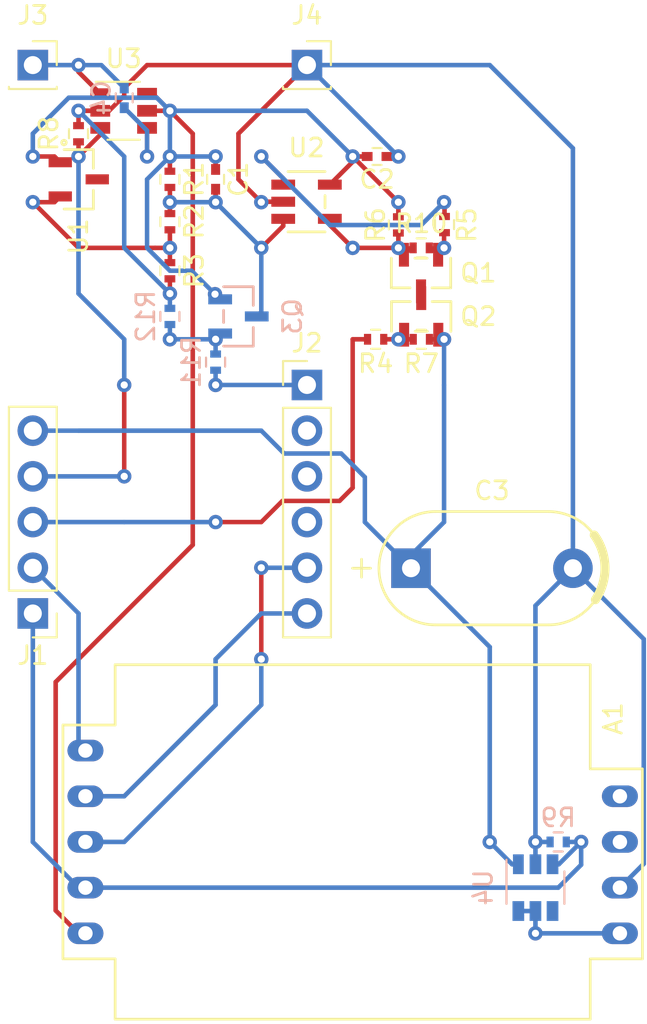
<source format=kicad_pcb>
(kicad_pcb (version 20171130) (host pcbnew 5.1.8-db9833491~87~ubuntu20.04.1)

  (general
    (thickness 1.6)
    (drawings 34)
    (tracks 220)
    (zones 0)
    (modules 28)
    (nets 29)
  )

  (page A4)
  (layers
    (0 F.Cu signal)
    (31 B.Cu signal)
    (32 B.Adhes user hide)
    (33 F.Adhes user hide)
    (34 B.Paste user hide)
    (35 F.Paste user hide)
    (36 B.SilkS user)
    (37 F.SilkS user)
    (38 B.Mask user)
    (39 F.Mask user)
    (40 Dwgs.User user)
    (41 Cmts.User user hide)
    (42 Eco1.User user hide)
    (43 Eco2.User user hide)
    (44 Edge.Cuts user hide)
    (45 Margin user hide)
    (46 B.CrtYd user hide)
    (47 F.CrtYd user)
    (48 B.Fab user hide)
    (49 F.Fab user hide)
  )

  (setup
    (last_trace_width 0.25)
    (user_trace_width 0.254)
    (user_trace_width 1.27)
    (trace_clearance 0.2)
    (zone_clearance 0.508)
    (zone_45_only no)
    (trace_min 0.2)
    (via_size 0.8)
    (via_drill 0.4)
    (via_min_size 0.4)
    (via_min_drill 0.3)
    (uvia_size 0.3)
    (uvia_drill 0.1)
    (uvias_allowed no)
    (uvia_min_size 0.2)
    (uvia_min_drill 0.1)
    (edge_width 0.05)
    (segment_width 0.2)
    (pcb_text_width 0.3)
    (pcb_text_size 1.5 1.5)
    (mod_edge_width 0.12)
    (mod_text_size 1 1)
    (mod_text_width 0.15)
    (pad_size 1.524 1.524)
    (pad_drill 0.762)
    (pad_to_mask_clearance 0)
    (aux_axis_origin 0 0)
    (grid_origin 150 100)
    (visible_elements FFFFFF7F)
    (pcbplotparams
      (layerselection 0x010fc_ffffffff)
      (usegerberextensions false)
      (usegerberattributes true)
      (usegerberadvancedattributes true)
      (creategerberjobfile true)
      (excludeedgelayer true)
      (linewidth 0.100000)
      (plotframeref false)
      (viasonmask false)
      (mode 1)
      (useauxorigin false)
      (hpglpennumber 1)
      (hpglpenspeed 20)
      (hpglpendiameter 15.000000)
      (psnegative false)
      (psa4output false)
      (plotreference true)
      (plotvalue true)
      (plotinvisibletext false)
      (padsonsilk false)
      (subtractmaskfromsilk false)
      (outputformat 1)
      (mirror false)
      (drillshape 1)
      (scaleselection 1)
      (outputdirectory ""))
  )

  (net 0 "")
  (net 1 "Net-(A1-Pad1.1)")
  (net 2 /LP8_EN_MEAS)
  (net 3 GND)
  (net 4 /TxD)
  (net 5 "Net-(A1-Pad1.3)")
  (net 6 /RxD)
  (net 7 "Net-(A1-Pad1.4)")
  (net 8 /LP8_MEAS_RDY)
  (net 9 /LP8_VCAP)
  (net 10 /LP8_EN_PWR)
  (net 11 "Net-(Q1-Pad1)")
  (net 12 /LP8/V-)
  (net 13 "Net-(Q1-Pad3)")
  (net 14 "Net-(Q2-Pad1)")
  (net 15 "Net-(R2-Pad2)")
  (net 16 "Net-(R5-Pad2)")
  (net 17 /3V3)
  (net 18 "Net-(U4-Pad4)")
  (net 19 /LP8/LP8_3V3)
  (net 20 "Net-(U1-Pad3)")
  (net 21 "Net-(C4-Pad2)")
  (net 22 /LP8/V+)
  (net 23 "Net-(Q3-Pad1)")
  (net 24 /LP8_EN_CHARGE)
  (net 25 /SDA)
  (net 26 /SCL)
  (net 27 "Net-(J2-Pad2)")
  (net 28 /LP8_EN_REV_BLOCK)

  (net_class Default "This is the default net class."
    (clearance 0.2)
    (trace_width 0.25)
    (via_dia 0.8)
    (via_drill 0.4)
    (uvia_dia 0.3)
    (uvia_drill 0.1)
    (add_net /3V3)
    (add_net /LP8/LP8_3V3)
    (add_net /LP8/V+)
    (add_net /LP8/V-)
    (add_net /LP8_EN_CHARGE)
    (add_net /LP8_EN_MEAS)
    (add_net /LP8_EN_PWR)
    (add_net /LP8_EN_REV_BLOCK)
    (add_net /LP8_MEAS_RDY)
    (add_net /LP8_VCAP)
    (add_net /RxD)
    (add_net /SCL)
    (add_net /SDA)
    (add_net /TxD)
    (add_net GND)
    (add_net "Net-(A1-Pad1.1)")
    (add_net "Net-(A1-Pad1.3)")
    (add_net "Net-(A1-Pad1.4)")
    (add_net "Net-(C4-Pad2)")
    (add_net "Net-(J2-Pad2)")
    (add_net "Net-(Q1-Pad1)")
    (add_net "Net-(Q1-Pad3)")
    (add_net "Net-(Q2-Pad1)")
    (add_net "Net-(Q3-Pad1)")
    (add_net "Net-(R2-Pad2)")
    (add_net "Net-(R5-Pad2)")
    (add_net "Net-(U1-Pad3)")
    (add_net "Net-(U4-Pad4)")
  )

  (module passives:R_0402 (layer B.Cu) (tedit 5C2E3A31) (tstamp 5FA8853C)
    (at 143.65 92.38 270)
    (descr "Resistor SMD 0402, reflow soldering, Vishay (see dcrcw.pdf)")
    (tags "resistor 0402")
    (path /5FB314E3/5FA8DFF0)
    (attr smd)
    (fp_text reference R11 (at 0 1.35 90) (layer B.SilkS)
      (effects (font (size 1 1) (thickness 0.15)) (justify mirror))
    )
    (fp_text value 1k1 (at 0 -1.45 90) (layer B.Fab)
      (effects (font (size 1 1) (thickness 0.15)) (justify mirror))
    )
    (fp_text user %R (at 0 1.35 90) (layer B.Fab)
      (effects (font (size 1 1) (thickness 0.15)) (justify mirror))
    )
    (fp_line (start 0.8 -0.45) (end -0.8 -0.45) (layer B.CrtYd) (width 0.05))
    (fp_line (start 0.8 -0.45) (end 0.8 0.45) (layer B.CrtYd) (width 0.05))
    (fp_line (start -0.8 0.45) (end -0.8 -0.45) (layer B.CrtYd) (width 0.05))
    (fp_line (start -0.8 0.45) (end 0.8 0.45) (layer B.CrtYd) (width 0.05))
    (fp_line (start -0.25 -0.53) (end 0.25 -0.53) (layer B.SilkS) (width 0.12))
    (fp_line (start 0.25 0.53) (end -0.25 0.53) (layer B.SilkS) (width 0.12))
    (fp_line (start -0.5 0.25) (end 0.5 0.25) (layer B.Fab) (width 0.1))
    (fp_line (start 0.5 0.25) (end 0.5 -0.25) (layer B.Fab) (width 0.1))
    (fp_line (start 0.5 -0.25) (end -0.5 -0.25) (layer B.Fab) (width 0.1))
    (fp_line (start -0.5 -0.25) (end -0.5 0.25) (layer B.Fab) (width 0.1))
    (pad 1 smd rect (at -0.45 0 270) (size 0.4 0.6) (layers B.Cu B.Paste B.Mask)
      (net 23 "Net-(Q3-Pad1)"))
    (pad 2 smd rect (at 0.45 0 270) (size 0.4 0.6) (layers B.Cu B.Paste B.Mask)
      (net 24 /LP8_EN_CHARGE))
    (model ${KISYS3DMOD}/Resistor_SMD.3dshapes/R_0402_1005Metric.step
      (at (xyz 0 0 0))
      (scale (xyz 1 1 1))
      (rotate (xyz 0 0 0))
    )
  )

  (module Connector_PinHeader_2.54mm:PinHeader_1x06_P2.54mm_Vertical (layer F.Cu) (tedit 59FED5CC) (tstamp 5FA8F624)
    (at 148.73 93.65)
    (descr "Through hole straight pin header, 1x06, 2.54mm pitch, single row")
    (tags "Through hole pin header THT 1x06 2.54mm single row")
    (path /5FAE2FEA)
    (fp_text reference J2 (at 0 -2.33) (layer F.SilkS)
      (effects (font (size 1 1) (thickness 0.15)))
    )
    (fp_text value Conn_01x06_Male (at 0 15.03) (layer F.Fab)
      (effects (font (size 1 1) (thickness 0.15)))
    )
    (fp_text user %R (at 0 6.35 90) (layer F.Fab)
      (effects (font (size 1 1) (thickness 0.15)))
    )
    (fp_line (start -0.635 -1.27) (end 1.27 -1.27) (layer F.Fab) (width 0.1))
    (fp_line (start 1.27 -1.27) (end 1.27 13.97) (layer F.Fab) (width 0.1))
    (fp_line (start 1.27 13.97) (end -1.27 13.97) (layer F.Fab) (width 0.1))
    (fp_line (start -1.27 13.97) (end -1.27 -0.635) (layer F.Fab) (width 0.1))
    (fp_line (start -1.27 -0.635) (end -0.635 -1.27) (layer F.Fab) (width 0.1))
    (fp_line (start -1.33 14.03) (end 1.33 14.03) (layer F.SilkS) (width 0.12))
    (fp_line (start -1.33 1.27) (end -1.33 14.03) (layer F.SilkS) (width 0.12))
    (fp_line (start 1.33 1.27) (end 1.33 14.03) (layer F.SilkS) (width 0.12))
    (fp_line (start -1.33 1.27) (end 1.33 1.27) (layer F.SilkS) (width 0.12))
    (fp_line (start -1.33 0) (end -1.33 -1.33) (layer F.SilkS) (width 0.12))
    (fp_line (start -1.33 -1.33) (end 0 -1.33) (layer F.SilkS) (width 0.12))
    (fp_line (start -1.8 -1.8) (end -1.8 14.5) (layer F.CrtYd) (width 0.05))
    (fp_line (start -1.8 14.5) (end 1.8 14.5) (layer F.CrtYd) (width 0.05))
    (fp_line (start 1.8 14.5) (end 1.8 -1.8) (layer F.CrtYd) (width 0.05))
    (fp_line (start 1.8 -1.8) (end -1.8 -1.8) (layer F.CrtYd) (width 0.05))
    (pad 6 thru_hole oval (at 0 12.7) (size 1.7 1.7) (drill 1) (layers *.Cu *.Mask)
      (net 6 /RxD))
    (pad 5 thru_hole oval (at 0 10.16) (size 1.7 1.7) (drill 1) (layers *.Cu *.Mask)
      (net 4 /TxD))
    (pad 4 thru_hole oval (at 0 7.62) (size 1.7 1.7) (drill 1) (layers *.Cu *.Mask)
      (net 25 /SDA))
    (pad 3 thru_hole oval (at 0 5.08) (size 1.7 1.7) (drill 1) (layers *.Cu *.Mask)
      (net 26 /SCL))
    (pad 2 thru_hole oval (at 0 2.54) (size 1.7 1.7) (drill 1) (layers *.Cu *.Mask)
      (net 27 "Net-(J2-Pad2)"))
    (pad 1 thru_hole rect (at 0 0) (size 1.7 1.7) (drill 1) (layers *.Cu *.Mask)
      (net 24 /LP8_EN_CHARGE))
    (model ${KISYS3DMOD}/Connector_PinHeader_2.54mm.3dshapes/PinHeader_1x06_P2.54mm_Vertical.wrl
      (at (xyz 0 0 0))
      (scale (xyz 1 1 1))
      (rotate (xyz 0 0 0))
    )
  )

  (module passives:R_0402 (layer B.Cu) (tedit 5C2E3A31) (tstamp 5FA8854D)
    (at 141.11 89.84 270)
    (descr "Resistor SMD 0402, reflow soldering, Vishay (see dcrcw.pdf)")
    (tags "resistor 0402")
    (path /5FB314E3/5FA9149F)
    (attr smd)
    (fp_text reference R12 (at 0 1.35 270) (layer B.SilkS)
      (effects (font (size 1 1) (thickness 0.15)) (justify mirror))
    )
    (fp_text value 100k (at 0 -1.45 270) (layer B.Fab)
      (effects (font (size 1 1) (thickness 0.15)) (justify mirror))
    )
    (fp_text user %R (at 0 1.35 270) (layer B.Fab)
      (effects (font (size 1 1) (thickness 0.15)) (justify mirror))
    )
    (fp_line (start 0.8 -0.45) (end -0.8 -0.45) (layer B.CrtYd) (width 0.05))
    (fp_line (start 0.8 -0.45) (end 0.8 0.45) (layer B.CrtYd) (width 0.05))
    (fp_line (start -0.8 0.45) (end -0.8 -0.45) (layer B.CrtYd) (width 0.05))
    (fp_line (start -0.8 0.45) (end 0.8 0.45) (layer B.CrtYd) (width 0.05))
    (fp_line (start -0.25 -0.53) (end 0.25 -0.53) (layer B.SilkS) (width 0.12))
    (fp_line (start 0.25 0.53) (end -0.25 0.53) (layer B.SilkS) (width 0.12))
    (fp_line (start -0.5 0.25) (end 0.5 0.25) (layer B.Fab) (width 0.1))
    (fp_line (start 0.5 0.25) (end 0.5 -0.25) (layer B.Fab) (width 0.1))
    (fp_line (start 0.5 -0.25) (end -0.5 -0.25) (layer B.Fab) (width 0.1))
    (fp_line (start -0.5 -0.25) (end -0.5 0.25) (layer B.Fab) (width 0.1))
    (pad 1 smd rect (at -0.45 0 270) (size 0.4 0.6) (layers B.Cu B.Paste B.Mask)
      (net 3 GND))
    (pad 2 smd rect (at 0.45 0 270) (size 0.4 0.6) (layers B.Cu B.Paste B.Mask)
      (net 23 "Net-(Q3-Pad1)"))
    (model ${KISYS3DMOD}/Resistor_SMD.3dshapes/R_0402_1005Metric.step
      (at (xyz 0 0 0))
      (scale (xyz 1 1 1))
      (rotate (xyz 0 0 0))
    )
  )

  (module semiconductors:SI2315BDS-T1-E3 (layer B.Cu) (tedit 5C2BE8E1) (tstamp 5FA888D3)
    (at 144.92 89.84 90)
    (path /5FB314E3/5FAA4810)
    (fp_text reference Q3 (at 0 3 90) (layer B.SilkS)
      (effects (font (size 1 1) (thickness 0.15)) (justify mirror))
    )
    (fp_text value PMOS-SI2315BDS-T1-E3 (at 0 -3 90) (layer B.Fab)
      (effects (font (size 1 1) (thickness 0.15)) (justify mirror))
    )
    (fp_line (start -0.696 -0.6985) (end -1.204 -0.6985) (layer B.Fab) (width 0.1524))
    (fp_line (start -1.204 -0.6985) (end -1.204 -1.3208) (layer B.Fab) (width 0.1524))
    (fp_line (start -1.204 -1.3208) (end -0.696 -1.3208) (layer B.Fab) (width 0.1524))
    (fp_line (start -0.696 -1.3208) (end -0.696 -0.6985) (layer B.Fab) (width 0.1524))
    (fp_line (start 1.204 -0.6985) (end 0.696 -0.6985) (layer B.Fab) (width 0.1524))
    (fp_line (start 0.696 -0.6985) (end 0.696 -1.3208) (layer B.Fab) (width 0.1524))
    (fp_line (start 0.696 -1.3208) (end 1.204 -1.3208) (layer B.Fab) (width 0.1524))
    (fp_line (start 1.204 -1.3208) (end 1.204 -0.6985) (layer B.Fab) (width 0.1524))
    (fp_line (start -0.254 0.6985) (end 0.254 0.6985) (layer B.Fab) (width 0.1524))
    (fp_line (start 0.254 0.6985) (end 0.254 1.3208) (layer B.Fab) (width 0.1524))
    (fp_line (start 0.254 1.3208) (end -0.254 1.3208) (layer B.Fab) (width 0.1524))
    (fp_line (start -0.254 1.3208) (end -0.254 0.6985) (layer B.Fab) (width 0.1524))
    (fp_line (start -0.337861 -0.8255) (end 0.337861 -0.8255) (layer B.SilkS) (width 0.1524))
    (fp_line (start 1.651 -0.8255) (end 1.651 0.8255) (layer B.SilkS) (width 0.1524))
    (fp_line (start 1.651 0.8255) (end 0.61214 0.8255) (layer B.SilkS) (width 0.1524))
    (fp_line (start -1.651 0.8255) (end -1.651 -0.8255) (layer B.SilkS) (width 0.1524))
    (fp_line (start -1.524 -0.6985) (end 1.524 -0.6985) (layer B.Fab) (width 0.1524))
    (fp_line (start 1.524 -0.6985) (end 1.524 0.6985) (layer B.Fab) (width 0.1524))
    (fp_line (start 1.524 0.6985) (end -1.524 0.6985) (layer B.Fab) (width 0.1524))
    (fp_line (start -1.524 0.6985) (end -1.524 -0.6985) (layer B.Fab) (width 0.1524))
    (fp_line (start -0.61214 0.8255) (end -1.651 0.8255) (layer B.SilkS) (width 0.1524))
    (fp_line (start -1.778 0.9525) (end -0.508 0.9525) (layer B.CrtYd) (width 0.1524))
    (fp_line (start -0.508 0.9525) (end -0.508 1.9304) (layer B.CrtYd) (width 0.1524))
    (fp_line (start -0.508 1.9304) (end 0.508 1.9304) (layer B.CrtYd) (width 0.1524))
    (fp_line (start 0.508 1.9304) (end 0.508 0.9525) (layer B.CrtYd) (width 0.1524))
    (fp_line (start 0.508 0.9525) (end 1.778 0.9525) (layer B.CrtYd) (width 0.1524))
    (fp_line (start 1.778 0.9525) (end 1.778 -0.9525) (layer B.CrtYd) (width 0.1524))
    (fp_line (start 1.778 -0.9525) (end 1.458 -0.9525) (layer B.CrtYd) (width 0.1524))
    (fp_line (start 1.458 -0.9525) (end 1.458 -1.9304) (layer B.CrtYd) (width 0.1524))
    (fp_line (start 1.458 -1.9304) (end -1.458 -1.9304) (layer B.CrtYd) (width 0.1524))
    (fp_line (start -1.458 -1.9304) (end -1.458 -0.9525) (layer B.CrtYd) (width 0.1524))
    (fp_line (start -1.458 -0.9525) (end -1.778 -0.9525) (layer B.CrtYd) (width 0.1524))
    (fp_line (start -1.778 -0.9525) (end -1.778 0.9525) (layer B.CrtYd) (width 0.1524))
    (fp_circle (center -1.27 -0.4445) (end -1.143 -0.4445) (layer B.Fab) (width 0.1524))
    (pad 3 smd rect (at 0 1.016 90) (size 0.5588 1.3208) (layers B.Cu B.Paste B.Mask)
      (net 22 /LP8/V+))
    (pad 2 smd rect (at 0.950001 -1.016 90) (size 0.5588 1.3208) (layers B.Cu B.Paste B.Mask)
      (net 19 /LP8/LP8_3V3))
    (pad 1 smd rect (at -0.950001 -1.016 90) (size 0.5588 1.3208) (layers B.Cu B.Paste B.Mask)
      (net 23 "Net-(Q3-Pad1)"))
    (model ${KIPRJMOD}/components/semiconductors.3dshapes/SI2315BDS-T1-E3.stp
      (at (xyz 0 0 0))
      (scale (xyz 1 1 1))
      (rotate (xyz 0 0 -90))
    )
  )

  (module passives:C_0402 (layer B.Cu) (tedit 5C297C88) (tstamp 5FA86377)
    (at 138.57 77.69 270)
    (descr "Capacitor SMD 0402, reflow soldering, AVX (see smccp.pdf)")
    (tags "capacitor 0402")
    (path /5FB314E3/5FA912BF)
    (attr smd)
    (fp_text reference C4 (at 0 1.27 90) (layer B.SilkS)
      (effects (font (size 1 1) (thickness 0.15)) (justify mirror))
    )
    (fp_text value 470p (at 0 -1.27 90) (layer B.Fab)
      (effects (font (size 1 1) (thickness 0.15)) (justify mirror))
    )
    (fp_line (start 1 -0.4) (end -1 -0.4) (layer B.CrtYd) (width 0.05))
    (fp_line (start 1 -0.4) (end 1 0.4) (layer B.CrtYd) (width 0.05))
    (fp_line (start -1 0.4) (end -1 -0.4) (layer B.CrtYd) (width 0.05))
    (fp_line (start -1 0.4) (end 1 0.4) (layer B.CrtYd) (width 0.05))
    (fp_line (start -0.25 -0.47) (end 0.25 -0.47) (layer B.SilkS) (width 0.12))
    (fp_line (start 0.25 0.47) (end -0.25 0.47) (layer B.SilkS) (width 0.12))
    (fp_line (start -0.5 0.25) (end 0.5 0.25) (layer B.Fab) (width 0.1))
    (fp_line (start 0.5 0.25) (end 0.5 -0.25) (layer B.Fab) (width 0.1))
    (fp_line (start 0.5 -0.25) (end -0.5 -0.25) (layer B.Fab) (width 0.1))
    (fp_line (start -0.5 -0.25) (end -0.5 0.25) (layer B.Fab) (width 0.1))
    (fp_text user %R (at 0 1.27 90) (layer B.Fab)
      (effects (font (size 1 1) (thickness 0.15)) (justify mirror))
    )
    (pad 1 smd rect (at -0.55 0 270) (size 0.6 0.5) (layers B.Cu B.Paste B.Mask)
      (net 17 /3V3))
    (pad 2 smd rect (at 0.55 0 270) (size 0.6 0.5) (layers B.Cu B.Paste B.Mask)
      (net 21 "Net-(C4-Pad2)"))
    (model ${KISYS3DMOD}/Capacitor_SMD.3dshapes/C_0402_1005Metric.step
      (at (xyz 0 0 0))
      (scale (xyz 1 1 1))
      (rotate (xyz 0 0 0))
    )
  )

  (module passives:R_0402 (layer F.Cu) (tedit 5C2E3A31) (tstamp 5FA85D00)
    (at 155.08 86.03)
    (descr "Resistor SMD 0402, reflow soldering, Vishay (see dcrcw.pdf)")
    (tags "resistor 0402")
    (path /5FB314E3/5FA8C180)
    (attr smd)
    (fp_text reference R10 (at 0 -1.35) (layer F.SilkS)
      (effects (font (size 1 1) (thickness 0.15)))
    )
    (fp_text value 100k (at 0 1.45) (layer F.Fab)
      (effects (font (size 1 1) (thickness 0.15)))
    )
    (fp_line (start 0.8 0.45) (end -0.8 0.45) (layer F.CrtYd) (width 0.05))
    (fp_line (start 0.8 0.45) (end 0.8 -0.45) (layer F.CrtYd) (width 0.05))
    (fp_line (start -0.8 -0.45) (end -0.8 0.45) (layer F.CrtYd) (width 0.05))
    (fp_line (start -0.8 -0.45) (end 0.8 -0.45) (layer F.CrtYd) (width 0.05))
    (fp_line (start -0.25 0.53) (end 0.25 0.53) (layer F.SilkS) (width 0.12))
    (fp_line (start 0.25 -0.53) (end -0.25 -0.53) (layer F.SilkS) (width 0.12))
    (fp_line (start -0.5 -0.25) (end 0.5 -0.25) (layer F.Fab) (width 0.1))
    (fp_line (start 0.5 -0.25) (end 0.5 0.25) (layer F.Fab) (width 0.1))
    (fp_line (start 0.5 0.25) (end -0.5 0.25) (layer F.Fab) (width 0.1))
    (fp_line (start -0.5 0.25) (end -0.5 -0.25) (layer F.Fab) (width 0.1))
    (fp_text user %R (at 0 -1.35) (layer F.Fab)
      (effects (font (size 1 1) (thickness 0.15)))
    )
    (pad 1 smd rect (at -0.45 0) (size 0.4 0.6) (layers F.Cu F.Paste F.Mask)
      (net 12 /LP8/V-))
    (pad 2 smd rect (at 0.45 0) (size 0.4 0.6) (layers F.Cu F.Paste F.Mask)
      (net 11 "Net-(Q1-Pad1)"))
    (model ${KISYS3DMOD}/Resistor_SMD.3dshapes/R_0402_1005Metric.step
      (at (xyz 0 0 0))
      (scale (xyz 1 1 1))
      (rotate (xyz 0 0 0))
    )
  )

  (module passives:R_0402 (layer B.Cu) (tedit 5C2E3A31) (tstamp 5FA3AE4D)
    (at 162.6945 119.05 180)
    (descr "Resistor SMD 0402, reflow soldering, Vishay (see dcrcw.pdf)")
    (tags "resistor 0402")
    (path /5FB314E3/5FA3E812)
    (attr smd)
    (fp_text reference R9 (at 0 1.35) (layer B.SilkS)
      (effects (font (size 1 1) (thickness 0.15)) (justify mirror))
    )
    (fp_text value 100k (at 0 -1.45) (layer B.Fab)
      (effects (font (size 1 1) (thickness 0.15)) (justify mirror))
    )
    (fp_line (start -0.5 -0.25) (end -0.5 0.25) (layer B.Fab) (width 0.1))
    (fp_line (start 0.5 -0.25) (end -0.5 -0.25) (layer B.Fab) (width 0.1))
    (fp_line (start 0.5 0.25) (end 0.5 -0.25) (layer B.Fab) (width 0.1))
    (fp_line (start -0.5 0.25) (end 0.5 0.25) (layer B.Fab) (width 0.1))
    (fp_line (start 0.25 0.53) (end -0.25 0.53) (layer B.SilkS) (width 0.12))
    (fp_line (start -0.25 -0.53) (end 0.25 -0.53) (layer B.SilkS) (width 0.12))
    (fp_line (start -0.8 0.45) (end 0.8 0.45) (layer B.CrtYd) (width 0.05))
    (fp_line (start -0.8 0.45) (end -0.8 -0.45) (layer B.CrtYd) (width 0.05))
    (fp_line (start 0.8 -0.45) (end 0.8 0.45) (layer B.CrtYd) (width 0.05))
    (fp_line (start 0.8 -0.45) (end -0.8 -0.45) (layer B.CrtYd) (width 0.05))
    (fp_text user %R (at 0 1.35) (layer B.Fab)
      (effects (font (size 1 1) (thickness 0.15)) (justify mirror))
    )
    (pad 1 smd rect (at -0.45 0 180) (size 0.4 0.6) (layers B.Cu B.Paste B.Mask)
      (net 2 /LP8_EN_MEAS))
    (pad 2 smd rect (at 0.45 0 180) (size 0.4 0.6) (layers B.Cu B.Paste B.Mask)
      (net 3 GND))
    (model ${KISYS3DMOD}/Resistor_SMD.3dshapes/R_0402_1005Metric.step
      (at (xyz 0 0 0))
      (scale (xyz 1 1 1))
      (rotate (xyz 0 0 0))
    )
  )

  (module passives:R_0402 (layer F.Cu) (tedit 5C2E3A31) (tstamp 5FA3AFB0)
    (at 136.03 79.6855 270)
    (descr "Resistor SMD 0402, reflow soldering, Vishay (see dcrcw.pdf)")
    (tags "resistor 0402")
    (path /5FB314E3/5FA3A954)
    (attr smd)
    (fp_text reference R8 (at -0.0055 1.651 90) (layer F.SilkS)
      (effects (font (size 1 1) (thickness 0.15)))
    )
    (fp_text value 100k (at 0 1.45 90) (layer F.Fab)
      (effects (font (size 1 1) (thickness 0.15)))
    )
    (fp_line (start -0.5 0.25) (end -0.5 -0.25) (layer F.Fab) (width 0.1))
    (fp_line (start 0.5 0.25) (end -0.5 0.25) (layer F.Fab) (width 0.1))
    (fp_line (start 0.5 -0.25) (end 0.5 0.25) (layer F.Fab) (width 0.1))
    (fp_line (start -0.5 -0.25) (end 0.5 -0.25) (layer F.Fab) (width 0.1))
    (fp_line (start 0.25 -0.53) (end -0.25 -0.53) (layer F.SilkS) (width 0.12))
    (fp_line (start -0.25 0.53) (end 0.25 0.53) (layer F.SilkS) (width 0.12))
    (fp_line (start -0.8 -0.45) (end 0.8 -0.45) (layer F.CrtYd) (width 0.05))
    (fp_line (start -0.8 -0.45) (end -0.8 0.45) (layer F.CrtYd) (width 0.05))
    (fp_line (start 0.8 0.45) (end 0.8 -0.45) (layer F.CrtYd) (width 0.05))
    (fp_line (start 0.8 0.45) (end -0.8 0.45) (layer F.CrtYd) (width 0.05))
    (fp_text user %R (at 0 -1.35 90) (layer F.Fab)
      (effects (font (size 1 1) (thickness 0.15)))
    )
    (pad 1 smd rect (at -0.45 0 270) (size 0.4 0.6) (layers F.Cu F.Paste F.Mask)
      (net 3 GND))
    (pad 2 smd rect (at 0.45 0 270) (size 0.4 0.6) (layers F.Cu F.Paste F.Mask)
      (net 10 /LP8_EN_PWR))
    (model ${KISYS3DMOD}/Resistor_SMD.3dshapes/R_0402_1005Metric.step
      (at (xyz 0 0 0))
      (scale (xyz 1 1 1))
      (rotate (xyz 0 0 0))
    )
  )

  (module sensors-co2-lp8:LP8 (layer F.Cu) (tedit 5C312028) (tstamp 5F9F00F9)
    (at 151.27 119.05)
    (path /5FB314E3/5AEBC2CA)
    (fp_text reference A1 (at 14.478 -6.858 270) (layer F.SilkS)
      (effects (font (size 1 1) (thickness 0.15)))
    )
    (fp_text value SenseAir-LP8 (at 0 0 180) (layer F.Fab)
      (effects (font (size 1 1) (thickness 0.15)))
    )
    (fp_line (start -13.405 10.05) (end 13.405 10.05) (layer F.CrtYd) (width 0.15))
    (fp_line (start -13.405 -10.05) (end 13.405 -10.05) (layer F.CrtYd) (width 0.15))
    (fp_line (start 13.405 -4.26) (end 13.405 -10.05) (layer F.CrtYd) (width 0.15))
    (fp_line (start 13.405 6.7) (end 16.305 6.7) (layer F.CrtYd) (width 0.15))
    (fp_line (start 13.405 -4.26) (end 16.305 -4.26) (layer F.CrtYd) (width 0.15))
    (fp_line (start -13.405 6.7) (end -13.405 10.05) (layer F.CrtYd) (width 0.15))
    (fp_line (start -13.405 6.7) (end -16.845 6.7) (layer F.CrtYd) (width 0.15))
    (fp_line (start -16.845 -6.7) (end -13.405 -6.7) (layer F.CrtYd) (width 0.15))
    (fp_line (start -13.405 -6.7) (end -13.405 -10.05) (layer F.CrtYd) (width 0.15))
    (fp_line (start 16.305 -4.26) (end 16.305 6.7) (layer F.CrtYd) (width 0.15))
    (fp_line (start -16.845 -6.7) (end -16.845 6.7) (layer F.CrtYd) (width 0.15))
    (fp_line (start 13.405 6.7) (end 13.405 10.05) (layer F.CrtYd) (width 0.15))
    (fp_line (start -13.205 -9.85) (end 13.205 -9.85) (layer F.SilkS) (width 0.15))
    (fp_line (start -16.105 -6.5) (end -16.105 6.5) (layer F.SilkS) (width 0.15))
    (fp_line (start 16.105 -4.06) (end 16.105 6.5) (layer F.SilkS) (width 0.15))
    (fp_line (start -13.205 -6.5) (end -13.205 -9.85) (layer F.SilkS) (width 0.15))
    (fp_line (start 13.205 6.5) (end 13.205 9.85) (layer F.SilkS) (width 0.15))
    (fp_line (start -13.205 9.85) (end 13.205 9.85) (layer F.SilkS) (width 0.15))
    (fp_line (start 13.205 -4.06) (end 13.205 -9.85) (layer F.SilkS) (width 0.15))
    (fp_line (start 13.205 -4.06) (end 16.105 -4.06) (layer F.SilkS) (width 0.15))
    (fp_line (start 13.205 6.5) (end 16.105 6.5) (layer F.SilkS) (width 0.15))
    (fp_line (start -16.105 -6.5) (end -13.205 -6.5) (layer F.SilkS) (width 0.15))
    (fp_line (start -13.205 6.5) (end -16.105 6.5) (layer F.SilkS) (width 0.15))
    (fp_line (start -13.205 6.5) (end -13.205 9.85) (layer F.SilkS) (width 0.15))
    (fp_line (start -16.105 5.334) (end -16.105 6.246) (layer F.Fab) (width 0.15))
    (fp_line (start -16.105 -5.334) (end -16.105 -6.246) (layer F.Fab) (width 0.15))
    (fp_line (start -15.851 -6.5) (end -13.205 -6.5) (layer F.Fab) (width 0.15))
    (fp_line (start 13.205 -4.822) (end 13.205 -9.083) (layer F.Fab) (width 0.15))
    (fp_line (start 13.967 -4.06) (end 16.105 -4.06) (layer F.Fab) (width 0.15))
    (fp_line (start -12.443 9.85) (end 12.443 9.85) (layer F.Fab) (width 0.15))
    (fp_line (start -12.443 -9.85) (end 12.443 -9.85) (layer F.Fab) (width 0.15))
    (fp_line (start 13.205 -9.083) (end 13.205 -9.083) (layer F.Fab) (width 0.15))
    (fp_line (start -16.645 -5.08) (end -16.359 -5.08) (layer F.Fab) (width 0.15))
    (fp_line (start -13.205 -6.5) (end -13.205 -9.088) (layer F.Fab) (width 0.15))
    (fp_line (start 16.105 -4.06) (end 16.105 6.5) (layer F.Fab) (width 0.15))
    (fp_line (start 13.205 6.5) (end 16.105 6.5) (layer F.Fab) (width 0.15))
    (fp_line (start 13.205 6.5) (end 13.205 9.088) (layer F.Fab) (width 0.15))
    (fp_line (start -13.205 6.5) (end -13.205 9.088) (layer F.Fab) (width 0.15))
    (fp_line (start -13.205 6.5) (end -15.851 6.5) (layer F.Fab) (width 0.15))
    (fp_line (start -16.645 5.08) (end -16.359 5.08) (layer F.Fab) (width 0.15))
    (fp_line (start -16.645 -5.08) (end -16.645 5.08) (layer F.Fab) (width 0.15))
    (fp_arc (start 12.443 -9.083) (end 13.205 -9.083) (angle -90) (layer F.Fab) (width 0.15))
    (fp_arc (start -12.443 -9.088) (end -12.443 -9.85) (angle -90) (layer F.Fab) (width 0.15))
    (fp_arc (start -12.443 9.088) (end -13.205 9.088) (angle -90) (layer F.Fab) (width 0.15))
    (fp_arc (start 12.443 9.088) (end 12.443 9.85) (angle -90) (layer F.Fab) (width 0.15))
    (fp_arc (start 13.967 -4.822) (end 13.205 -4.822) (angle -90) (layer F.Fab) (width 0.15))
    (fp_arc (start -15.851 -6.246) (end -15.851 -6.5) (angle -90) (layer F.Fab) (width 0.15))
    (fp_arc (start -16.359 -5.334) (end -16.359 -5.08) (angle -90) (layer F.Fab) (width 0.15))
    (fp_arc (start -16.359 5.334) (end -16.105 5.334) (angle -90) (layer F.Fab) (width 0.15))
    (fp_arc (start -15.851 6.246) (end -16.105 6.246) (angle -90) (layer F.Fab) (width 0.15))
    (pad 2.1 thru_hole oval (at -14.855 5.08 90) (size 1.2 2) (drill 0.8) (layers *.Cu *.Mask)
      (net 19 /LP8/LP8_3V3))
    (pad 1.1 thru_hole oval (at 14.855 5.08 90) (size 1.2 2) (drill 0.8) (layers *.Cu *.Mask)
      (net 1 "Net-(A1-Pad1.1)"))
    (pad 2.2 thru_hole oval (at -14.855 2.54 90) (size 1.2 2) (drill 0.8) (layers *.Cu *.Mask)
      (net 2 /LP8_EN_MEAS))
    (pad 1.2 thru_hole oval (at 14.855 2.54 90) (size 1.2 2) (drill 0.8) (layers *.Cu *.Mask)
      (net 3 GND))
    (pad 2.3 thru_hole oval (at -14.855 0 90) (size 1.2 2) (drill 0.8) (layers *.Cu *.Mask)
      (net 4 /TxD))
    (pad 1.3 thru_hole oval (at 14.855 0 90) (size 1.2 2) (drill 0.8) (layers *.Cu *.Mask)
      (net 5 "Net-(A1-Pad1.3)"))
    (pad 2.4 thru_hole oval (at -14.855 -2.54 90) (size 1.2 2) (drill 0.8) (layers *.Cu *.Mask)
      (net 6 /RxD))
    (pad 1.4 thru_hole oval (at 14.855 -2.54 90) (size 1.2 2) (drill 0.8) (layers *.Cu *.Mask)
      (net 7 "Net-(A1-Pad1.4)"))
    (pad 2.5 thru_hole oval (at -14.855 -5.08 90) (size 1.2 2) (drill 0.8) (layers *.Cu *.Mask)
      (net 8 /LP8_MEAS_RDY))
    (model ${KIPRJMOD}/components/sensors-co2-lp8.3dshapes/lp8.stp
      (offset (xyz 0 0 8))
      (scale (xyz 1 1 1))
      (rotate (xyz 0 180 180))
    )
  )

  (module Connector_PinSocket_2.54mm:PinSocket_1x01_P2.54mm_Vertical (layer F.Cu) (tedit 5A19A434) (tstamp 5F9F7FF1)
    (at 148.73 75.87)
    (descr "Through hole straight socket strip, 1x01, 2.54mm pitch, single row (from Kicad 4.0.7), script generated")
    (tags "Through hole socket strip THT 1x01 2.54mm single row")
    (path /5FA02F41)
    (fp_text reference J4 (at 0 -2.77) (layer F.SilkS)
      (effects (font (size 1 1) (thickness 0.15)))
    )
    (fp_text value Conn_01x01_Male (at 0 2.77) (layer F.Fab)
      (effects (font (size 1 1) (thickness 0.15)))
    )
    (fp_line (start -1.27 -1.27) (end 0.635 -1.27) (layer F.Fab) (width 0.1))
    (fp_line (start 0.635 -1.27) (end 1.27 -0.635) (layer F.Fab) (width 0.1))
    (fp_line (start 1.27 -0.635) (end 1.27 1.27) (layer F.Fab) (width 0.1))
    (fp_line (start 1.27 1.27) (end -1.27 1.27) (layer F.Fab) (width 0.1))
    (fp_line (start -1.27 1.27) (end -1.27 -1.27) (layer F.Fab) (width 0.1))
    (fp_line (start -1.33 1.33) (end 1.33 1.33) (layer F.SilkS) (width 0.12))
    (fp_line (start -1.33 1.21) (end -1.33 1.33) (layer F.SilkS) (width 0.12))
    (fp_line (start 1.33 1.21) (end 1.33 1.33) (layer F.SilkS) (width 0.12))
    (fp_line (start 1.33 -1.33) (end 1.33 0) (layer F.SilkS) (width 0.12))
    (fp_line (start 0 -1.33) (end 1.33 -1.33) (layer F.SilkS) (width 0.12))
    (fp_line (start -1.8 -1.8) (end 1.75 -1.8) (layer F.CrtYd) (width 0.05))
    (fp_line (start 1.75 -1.8) (end 1.75 1.75) (layer F.CrtYd) (width 0.05))
    (fp_line (start 1.75 1.75) (end -1.8 1.75) (layer F.CrtYd) (width 0.05))
    (fp_line (start -1.8 1.75) (end -1.8 -1.8) (layer F.CrtYd) (width 0.05))
    (fp_text user %R (at 0 0) (layer F.Fab)
      (effects (font (size 1 1) (thickness 0.15)))
    )
    (pad 1 thru_hole rect (at 0 0) (size 1.7 1.7) (drill 1) (layers *.Cu *.Mask)
      (net 3 GND))
    (model ${KISYS3DMOD}/Connector_PinSocket_2.54mm.3dshapes/PinSocket_1x01_P2.54mm_Vertical.wrl
      (at (xyz 0 0 0))
      (scale (xyz 1 1 1))
      (rotate (xyz 0 0 0))
    )
  )

  (module Connector_PinSocket_2.54mm:PinSocket_1x01_P2.54mm_Vertical (layer F.Cu) (tedit 5A19A434) (tstamp 5F9F75CB)
    (at 133.49 75.87)
    (descr "Through hole straight socket strip, 1x01, 2.54mm pitch, single row (from Kicad 4.0.7), script generated")
    (tags "Through hole socket strip THT 1x01 2.54mm single row")
    (path /5FA00A7B)
    (fp_text reference J3 (at 0 -2.77) (layer F.SilkS)
      (effects (font (size 1 1) (thickness 0.15)))
    )
    (fp_text value Conn_01x01_Male (at 0 2.77) (layer F.Fab)
      (effects (font (size 1 1) (thickness 0.15)))
    )
    (fp_line (start -1.27 -1.27) (end 0.635 -1.27) (layer F.Fab) (width 0.1))
    (fp_line (start 0.635 -1.27) (end 1.27 -0.635) (layer F.Fab) (width 0.1))
    (fp_line (start 1.27 -0.635) (end 1.27 1.27) (layer F.Fab) (width 0.1))
    (fp_line (start 1.27 1.27) (end -1.27 1.27) (layer F.Fab) (width 0.1))
    (fp_line (start -1.27 1.27) (end -1.27 -1.27) (layer F.Fab) (width 0.1))
    (fp_line (start -1.33 1.33) (end 1.33 1.33) (layer F.SilkS) (width 0.12))
    (fp_line (start -1.33 1.21) (end -1.33 1.33) (layer F.SilkS) (width 0.12))
    (fp_line (start 1.33 1.21) (end 1.33 1.33) (layer F.SilkS) (width 0.12))
    (fp_line (start 1.33 -1.33) (end 1.33 0) (layer F.SilkS) (width 0.12))
    (fp_line (start 0 -1.33) (end 1.33 -1.33) (layer F.SilkS) (width 0.12))
    (fp_line (start -1.8 -1.8) (end 1.75 -1.8) (layer F.CrtYd) (width 0.05))
    (fp_line (start 1.75 -1.8) (end 1.75 1.75) (layer F.CrtYd) (width 0.05))
    (fp_line (start 1.75 1.75) (end -1.8 1.75) (layer F.CrtYd) (width 0.05))
    (fp_line (start -1.8 1.75) (end -1.8 -1.8) (layer F.CrtYd) (width 0.05))
    (fp_text user %R (at 0 0) (layer F.Fab)
      (effects (font (size 1 1) (thickness 0.15)))
    )
    (pad 1 thru_hole rect (at 0 0) (size 1.7 1.7) (drill 1) (layers *.Cu *.Mask)
      (net 17 /3V3))
    (model ${KISYS3DMOD}/Connector_PinSocket_2.54mm.3dshapes/PinSocket_1x01_P2.54mm_Vertical.wrl
      (at (xyz 0 0 0))
      (scale (xyz 1 1 1))
      (rotate (xyz 0 0 0))
    )
  )

  (module passives:C_0402 (layer F.Cu) (tedit 5C297C88) (tstamp 5F9F010A)
    (at 143.65 82.22 270)
    (descr "Capacitor SMD 0402, reflow soldering, AVX (see smccp.pdf)")
    (tags "capacitor 0402")
    (path /5FB314E3/5AEBC1FD)
    (attr smd)
    (fp_text reference C1 (at 0 -1.27 90) (layer F.SilkS)
      (effects (font (size 1 1) (thickness 0.15)))
    )
    (fp_text value 100n (at 0 1.27 90) (layer F.Fab)
      (effects (font (size 1 1) (thickness 0.15)))
    )
    (fp_line (start -0.5 0.25) (end -0.5 -0.25) (layer F.Fab) (width 0.1))
    (fp_line (start 0.5 0.25) (end -0.5 0.25) (layer F.Fab) (width 0.1))
    (fp_line (start 0.5 -0.25) (end 0.5 0.25) (layer F.Fab) (width 0.1))
    (fp_line (start -0.5 -0.25) (end 0.5 -0.25) (layer F.Fab) (width 0.1))
    (fp_line (start 0.25 -0.47) (end -0.25 -0.47) (layer F.SilkS) (width 0.12))
    (fp_line (start -0.25 0.47) (end 0.25 0.47) (layer F.SilkS) (width 0.12))
    (fp_line (start -1 -0.4) (end 1 -0.4) (layer F.CrtYd) (width 0.05))
    (fp_line (start -1 -0.4) (end -1 0.4) (layer F.CrtYd) (width 0.05))
    (fp_line (start 1 0.4) (end 1 -0.4) (layer F.CrtYd) (width 0.05))
    (fp_line (start 1 0.4) (end -1 0.4) (layer F.CrtYd) (width 0.05))
    (fp_text user %R (at 0 -1.27 90) (layer F.Fab)
      (effects (font (size 1 1) (thickness 0.15)))
    )
    (pad 2 smd rect (at 0.55 0 270) (size 0.6 0.5) (layers F.Cu F.Paste F.Mask)
      (net 22 /LP8/V+))
    (pad 1 smd rect (at -0.55 0 270) (size 0.6 0.5) (layers F.Cu F.Paste F.Mask)
      (net 19 /LP8/LP8_3V3))
    (model ${KISYS3DMOD}/Capacitor_SMD.3dshapes/C_0402_1005Metric.step
      (at (xyz 0 0 0))
      (scale (xyz 1 1 1))
      (rotate (xyz 0 0 0))
    )
  )

  (module passives:C_0402 (layer F.Cu) (tedit 5C297C88) (tstamp 5F9F011B)
    (at 152.625 80.95 180)
    (descr "Capacitor SMD 0402, reflow soldering, AVX (see smccp.pdf)")
    (tags "capacitor 0402")
    (path /5FB314E3/5C23FD7C)
    (attr smd)
    (fp_text reference C2 (at 0 -1.27) (layer F.SilkS)
      (effects (font (size 1 1) (thickness 0.15)))
    )
    (fp_text value 10n (at 0 1.27) (layer F.Fab)
      (effects (font (size 1 1) (thickness 0.15)))
    )
    (fp_line (start 1 0.4) (end -1 0.4) (layer F.CrtYd) (width 0.05))
    (fp_line (start 1 0.4) (end 1 -0.4) (layer F.CrtYd) (width 0.05))
    (fp_line (start -1 -0.4) (end -1 0.4) (layer F.CrtYd) (width 0.05))
    (fp_line (start -1 -0.4) (end 1 -0.4) (layer F.CrtYd) (width 0.05))
    (fp_line (start -0.25 0.47) (end 0.25 0.47) (layer F.SilkS) (width 0.12))
    (fp_line (start 0.25 -0.47) (end -0.25 -0.47) (layer F.SilkS) (width 0.12))
    (fp_line (start -0.5 -0.25) (end 0.5 -0.25) (layer F.Fab) (width 0.1))
    (fp_line (start 0.5 -0.25) (end 0.5 0.25) (layer F.Fab) (width 0.1))
    (fp_line (start 0.5 0.25) (end -0.5 0.25) (layer F.Fab) (width 0.1))
    (fp_line (start -0.5 0.25) (end -0.5 -0.25) (layer F.Fab) (width 0.1))
    (fp_text user %R (at 0 -1.27) (layer F.Fab)
      (effects (font (size 1 1) (thickness 0.15)))
    )
    (pad 1 smd rect (at -0.55 0 180) (size 0.6 0.5) (layers F.Cu F.Paste F.Mask)
      (net 3 GND))
    (pad 2 smd rect (at 0.55 0 180) (size 0.6 0.5) (layers F.Cu F.Paste F.Mask)
      (net 19 /LP8/LP8_3V3))
    (model ${KISYS3DMOD}/Capacitor_SMD.3dshapes/C_0402_1005Metric.step
      (at (xyz 0 0 0))
      (scale (xyz 1 1 1))
      (rotate (xyz 0 0 0))
    )
  )

  (module passives:AVX_SCM_L14.00_W6.30 (layer F.Cu) (tedit 5C2BB29D) (tstamp 5F9F0136)
    (at 159.0128 103.8354)
    (descr "C, Rect series, Radial, pin pitch=15.00mm, , length*width=16.5*6mm^2, Capacitor, https://en.tdk.eu/inf/20/20/db/fc_2009/MKT_B32560_564.pdf")
    (tags "C Rect series Radial pin pitch 15.00mm  length 16.5mm width 6mm Capacitor")
    (path /5FB314E3/5C2EBE58)
    (fp_text reference C3 (at 0 -4.31) (layer F.SilkS)
      (effects (font (size 1 1) (thickness 0.15)))
    )
    (fp_text value 470m (at 0 4.5) (layer F.Fab)
      (effects (font (size 1 1) (thickness 0.15)))
    )
    (fp_line (start -3.15 3.35) (end 3.15 3.35) (layer F.CrtYd) (width 0.1))
    (fp_line (start -3.15 -3.35) (end 3.15 -3.35) (layer F.CrtYd) (width 0.1))
    (fp_line (start -3.15 -3.15) (end 3.15 -3.15) (layer F.SilkS) (width 0.15))
    (fp_line (start -7.75 0) (end -6.75 0) (layer F.SilkS) (width 0.15))
    (fp_line (start -3.15 3.15) (end 3.15 3.15) (layer F.SilkS) (width 0.15))
    (fp_line (start -7.25 -0.5) (end -7.25 0.5) (layer F.SilkS) (width 0.15))
    (fp_line (start 6.75 0) (end 7.75 0) (layer F.Fab) (width 0.15))
    (fp_line (start -7.25 -0.5) (end -7.25 0.5) (layer F.Fab) (width 0.15))
    (fp_line (start -7.75 0) (end -6.75 0) (layer F.Fab) (width 0.15))
    (fp_circle (center -4.5 0) (end -4.15 0) (layer F.Fab) (width 0.1))
    (fp_circle (center 4.5 0) (end 4.85 0) (layer F.Fab) (width 0.1))
    (fp_line (start -3.15 3.15) (end 3.15 3.15) (layer F.Fab) (width 0.1))
    (fp_line (start -3.15 -3.15) (end 3.15 -3.15) (layer F.Fab) (width 0.1))
    (fp_arc (start 3.15 0) (end 3.15 3.15) (angle -180) (layer F.Fab) (width 0.1))
    (fp_arc (start -3.15 0) (end -3.15 -3.15) (angle -180) (layer F.Fab) (width 0.1))
    (fp_arc (start 3.15 0) (end 5.749999 1.749999) (angle -70) (layer F.Fab) (width 0.5))
    (fp_arc (start -3.15 0) (end -3.15 -3.15) (angle -180) (layer F.SilkS) (width 0.15))
    (fp_arc (start 3.15 0) (end 3.15 3.15) (angle -180) (layer F.SilkS) (width 0.15))
    (fp_arc (start 3.15 0) (end 5.749999 1.749999) (angle -70) (layer F.SilkS) (width 0.5))
    (fp_arc (start 3.15 0) (end 3.15 3.35) (angle -180) (layer F.CrtYd) (width 0.1))
    (fp_arc (start -3.15 0) (end -3.15 -3.35) (angle -180) (layer F.CrtYd) (width 0.1))
    (pad 2 thru_hole circle (at 4.5 0) (size 2.2 2.2) (drill 1) (layers *.Cu *.Mask)
      (net 3 GND))
    (pad 1 thru_hole rect (at -4.5 0) (size 2.2 2.2) (drill 1) (layers *.Cu *.Mask)
      (net 9 /LP8_VCAP))
    (model ${KIPRJMOD}/components/passives.3dshapes/SCMQ14C474MRBA0.stp
      (offset (xyz 0 0 0.3))
      (scale (xyz 1 1 1))
      (rotate (xyz 0 0 180))
    )
  )

  (module Connector_PinHeader_2.54mm:PinHeader_1x05_P2.54mm_Vertical (layer F.Cu) (tedit 59FED5CC) (tstamp 5F9F014F)
    (at 133.49 106.35 180)
    (descr "Through hole straight pin header, 1x05, 2.54mm pitch, single row")
    (tags "Through hole pin header THT 1x05 2.54mm single row")
    (path /5FA3D732)
    (fp_text reference J1 (at 0 -2.33) (layer F.SilkS)
      (effects (font (size 1 1) (thickness 0.15)))
    )
    (fp_text value Conn_01x05_Male (at 0 12.49) (layer F.Fab)
      (effects (font (size 1 1) (thickness 0.15)))
    )
    (fp_line (start 1.8 -1.8) (end -1.8 -1.8) (layer F.CrtYd) (width 0.05))
    (fp_line (start 1.8 11.95) (end 1.8 -1.8) (layer F.CrtYd) (width 0.05))
    (fp_line (start -1.8 11.95) (end 1.8 11.95) (layer F.CrtYd) (width 0.05))
    (fp_line (start -1.8 -1.8) (end -1.8 11.95) (layer F.CrtYd) (width 0.05))
    (fp_line (start -1.33 -1.33) (end 0 -1.33) (layer F.SilkS) (width 0.12))
    (fp_line (start -1.33 0) (end -1.33 -1.33) (layer F.SilkS) (width 0.12))
    (fp_line (start -1.33 1.27) (end 1.33 1.27) (layer F.SilkS) (width 0.12))
    (fp_line (start 1.33 1.27) (end 1.33 11.49) (layer F.SilkS) (width 0.12))
    (fp_line (start -1.33 1.27) (end -1.33 11.49) (layer F.SilkS) (width 0.12))
    (fp_line (start -1.33 11.49) (end 1.33 11.49) (layer F.SilkS) (width 0.12))
    (fp_line (start -1.27 -0.635) (end -0.635 -1.27) (layer F.Fab) (width 0.1))
    (fp_line (start -1.27 11.43) (end -1.27 -0.635) (layer F.Fab) (width 0.1))
    (fp_line (start 1.27 11.43) (end -1.27 11.43) (layer F.Fab) (width 0.1))
    (fp_line (start 1.27 -1.27) (end 1.27 11.43) (layer F.Fab) (width 0.1))
    (fp_line (start -0.635 -1.27) (end 1.27 -1.27) (layer F.Fab) (width 0.1))
    (fp_text user %R (at 0 5.08 90) (layer F.Fab)
      (effects (font (size 1 1) (thickness 0.15)))
    )
    (pad 1 thru_hole rect (at 0 0 180) (size 1.7 1.7) (drill 1) (layers *.Cu *.Mask)
      (net 2 /LP8_EN_MEAS))
    (pad 2 thru_hole oval (at 0 2.54 180) (size 1.7 1.7) (drill 1) (layers *.Cu *.Mask)
      (net 8 /LP8_MEAS_RDY))
    (pad 3 thru_hole oval (at 0 5.08 180) (size 1.7 1.7) (drill 1) (layers *.Cu *.Mask)
      (net 28 /LP8_EN_REV_BLOCK))
    (pad 4 thru_hole oval (at 0 7.62 180) (size 1.7 1.7) (drill 1) (layers *.Cu *.Mask)
      (net 10 /LP8_EN_PWR))
    (pad 5 thru_hole oval (at 0 10.16 180) (size 1.7 1.7) (drill 1) (layers *.Cu *.Mask)
      (net 9 /LP8_VCAP))
    (model ${KISYS3DMOD}/Connector_PinHeader_2.54mm.3dshapes/PinHeader_1x05_P2.54mm_Vertical.wrl
      (at (xyz 0 0 0))
      (scale (xyz 1 1 1))
      (rotate (xyz 0 0 0))
    )
  )

  (module semiconductors:SI2315BDS-T1-E3 (layer F.Cu) (tedit 5C2BE8E1) (tstamp 5FA23F1B)
    (at 155.069799 87.427 180)
    (path /5FB314E3/5BF2B0B6)
    (fp_text reference Q1 (at -3.185201 0) (layer F.SilkS)
      (effects (font (size 1 1) (thickness 0.15)))
    )
    (fp_text value PMOS-SI2315BDS-T1-E3 (at 0 3) (layer F.Fab)
      (effects (font (size 1 1) (thickness 0.15)))
    )
    (fp_circle (center -1.27 0.4445) (end -1.143 0.4445) (layer F.Fab) (width 0.1524))
    (fp_line (start -1.778 0.9525) (end -1.778 -0.9525) (layer F.CrtYd) (width 0.1524))
    (fp_line (start -1.458 0.9525) (end -1.778 0.9525) (layer F.CrtYd) (width 0.1524))
    (fp_line (start -1.458 1.9304) (end -1.458 0.9525) (layer F.CrtYd) (width 0.1524))
    (fp_line (start 1.458 1.9304) (end -1.458 1.9304) (layer F.CrtYd) (width 0.1524))
    (fp_line (start 1.458 0.9525) (end 1.458 1.9304) (layer F.CrtYd) (width 0.1524))
    (fp_line (start 1.778 0.9525) (end 1.458 0.9525) (layer F.CrtYd) (width 0.1524))
    (fp_line (start 1.778 -0.9525) (end 1.778 0.9525) (layer F.CrtYd) (width 0.1524))
    (fp_line (start 0.508 -0.9525) (end 1.778 -0.9525) (layer F.CrtYd) (width 0.1524))
    (fp_line (start 0.508 -1.9304) (end 0.508 -0.9525) (layer F.CrtYd) (width 0.1524))
    (fp_line (start -0.508 -1.9304) (end 0.508 -1.9304) (layer F.CrtYd) (width 0.1524))
    (fp_line (start -0.508 -0.9525) (end -0.508 -1.9304) (layer F.CrtYd) (width 0.1524))
    (fp_line (start -1.778 -0.9525) (end -0.508 -0.9525) (layer F.CrtYd) (width 0.1524))
    (fp_line (start -0.61214 -0.8255) (end -1.651 -0.8255) (layer F.SilkS) (width 0.1524))
    (fp_line (start -1.524 -0.6985) (end -1.524 0.6985) (layer F.Fab) (width 0.1524))
    (fp_line (start 1.524 -0.6985) (end -1.524 -0.6985) (layer F.Fab) (width 0.1524))
    (fp_line (start 1.524 0.6985) (end 1.524 -0.6985) (layer F.Fab) (width 0.1524))
    (fp_line (start -1.524 0.6985) (end 1.524 0.6985) (layer F.Fab) (width 0.1524))
    (fp_line (start -1.651 -0.8255) (end -1.651 0.8255) (layer F.SilkS) (width 0.1524))
    (fp_line (start 1.651 -0.8255) (end 0.61214 -0.8255) (layer F.SilkS) (width 0.1524))
    (fp_line (start 1.651 0.8255) (end 1.651 -0.8255) (layer F.SilkS) (width 0.1524))
    (fp_line (start -0.337861 0.8255) (end 0.337861 0.8255) (layer F.SilkS) (width 0.1524))
    (fp_line (start -0.254 -1.3208) (end -0.254 -0.6985) (layer F.Fab) (width 0.1524))
    (fp_line (start 0.254 -1.3208) (end -0.254 -1.3208) (layer F.Fab) (width 0.1524))
    (fp_line (start 0.254 -0.6985) (end 0.254 -1.3208) (layer F.Fab) (width 0.1524))
    (fp_line (start -0.254 -0.6985) (end 0.254 -0.6985) (layer F.Fab) (width 0.1524))
    (fp_line (start 1.204 1.3208) (end 1.204 0.6985) (layer F.Fab) (width 0.1524))
    (fp_line (start 0.696 1.3208) (end 1.204 1.3208) (layer F.Fab) (width 0.1524))
    (fp_line (start 0.696 0.6985) (end 0.696 1.3208) (layer F.Fab) (width 0.1524))
    (fp_line (start 1.204 0.6985) (end 0.696 0.6985) (layer F.Fab) (width 0.1524))
    (fp_line (start -0.696 1.3208) (end -0.696 0.6985) (layer F.Fab) (width 0.1524))
    (fp_line (start -1.204 1.3208) (end -0.696 1.3208) (layer F.Fab) (width 0.1524))
    (fp_line (start -1.204 0.6985) (end -1.204 1.3208) (layer F.Fab) (width 0.1524))
    (fp_line (start -0.696 0.6985) (end -1.204 0.6985) (layer F.Fab) (width 0.1524))
    (pad 1 smd rect (at -0.950001 1.016 180) (size 0.5588 1.3208) (layers F.Cu F.Paste F.Mask)
      (net 11 "Net-(Q1-Pad1)"))
    (pad 2 smd rect (at 0.950001 1.016 180) (size 0.5588 1.3208) (layers F.Cu F.Paste F.Mask)
      (net 12 /LP8/V-))
    (pad 3 smd rect (at 0 -1.016 180) (size 0.5588 1.3208) (layers F.Cu F.Paste F.Mask)
      (net 13 "Net-(Q1-Pad3)"))
    (model ${KIPRJMOD}/components/semiconductors.3dshapes/SI2315BDS-T1-E3.stp
      (at (xyz 0 0 0))
      (scale (xyz 1 1 1))
      (rotate (xyz 0 0 -90))
    )
  )

  (module semiconductors:SI2315BDS-T1-E3 (layer F.Cu) (tedit 5C2BE8E1) (tstamp 5F9FAAA5)
    (at 155.08 89.84)
    (path /5FB314E3/5BF2AFBC)
    (fp_text reference Q2 (at 3.175 0) (layer F.SilkS)
      (effects (font (size 1 1) (thickness 0.15)))
    )
    (fp_text value PMOS-SI2315BDS-T1-E3 (at 0 3) (layer F.Fab)
      (effects (font (size 1 1) (thickness 0.15)))
    )
    (fp_line (start -0.696 0.6985) (end -1.204 0.6985) (layer F.Fab) (width 0.1524))
    (fp_line (start -1.204 0.6985) (end -1.204 1.3208) (layer F.Fab) (width 0.1524))
    (fp_line (start -1.204 1.3208) (end -0.696 1.3208) (layer F.Fab) (width 0.1524))
    (fp_line (start -0.696 1.3208) (end -0.696 0.6985) (layer F.Fab) (width 0.1524))
    (fp_line (start 1.204 0.6985) (end 0.696 0.6985) (layer F.Fab) (width 0.1524))
    (fp_line (start 0.696 0.6985) (end 0.696 1.3208) (layer F.Fab) (width 0.1524))
    (fp_line (start 0.696 1.3208) (end 1.204 1.3208) (layer F.Fab) (width 0.1524))
    (fp_line (start 1.204 1.3208) (end 1.204 0.6985) (layer F.Fab) (width 0.1524))
    (fp_line (start -0.254 -0.6985) (end 0.254 -0.6985) (layer F.Fab) (width 0.1524))
    (fp_line (start 0.254 -0.6985) (end 0.254 -1.3208) (layer F.Fab) (width 0.1524))
    (fp_line (start 0.254 -1.3208) (end -0.254 -1.3208) (layer F.Fab) (width 0.1524))
    (fp_line (start -0.254 -1.3208) (end -0.254 -0.6985) (layer F.Fab) (width 0.1524))
    (fp_line (start -0.337861 0.8255) (end 0.337861 0.8255) (layer F.SilkS) (width 0.1524))
    (fp_line (start 1.651 0.8255) (end 1.651 -0.8255) (layer F.SilkS) (width 0.1524))
    (fp_line (start 1.651 -0.8255) (end 0.61214 -0.8255) (layer F.SilkS) (width 0.1524))
    (fp_line (start -1.651 -0.8255) (end -1.651 0.8255) (layer F.SilkS) (width 0.1524))
    (fp_line (start -1.524 0.6985) (end 1.524 0.6985) (layer F.Fab) (width 0.1524))
    (fp_line (start 1.524 0.6985) (end 1.524 -0.6985) (layer F.Fab) (width 0.1524))
    (fp_line (start 1.524 -0.6985) (end -1.524 -0.6985) (layer F.Fab) (width 0.1524))
    (fp_line (start -1.524 -0.6985) (end -1.524 0.6985) (layer F.Fab) (width 0.1524))
    (fp_line (start -0.61214 -0.8255) (end -1.651 -0.8255) (layer F.SilkS) (width 0.1524))
    (fp_line (start -1.778 -0.9525) (end -0.508 -0.9525) (layer F.CrtYd) (width 0.1524))
    (fp_line (start -0.508 -0.9525) (end -0.508 -1.9304) (layer F.CrtYd) (width 0.1524))
    (fp_line (start -0.508 -1.9304) (end 0.508 -1.9304) (layer F.CrtYd) (width 0.1524))
    (fp_line (start 0.508 -1.9304) (end 0.508 -0.9525) (layer F.CrtYd) (width 0.1524))
    (fp_line (start 0.508 -0.9525) (end 1.778 -0.9525) (layer F.CrtYd) (width 0.1524))
    (fp_line (start 1.778 -0.9525) (end 1.778 0.9525) (layer F.CrtYd) (width 0.1524))
    (fp_line (start 1.778 0.9525) (end 1.458 0.9525) (layer F.CrtYd) (width 0.1524))
    (fp_line (start 1.458 0.9525) (end 1.458 1.9304) (layer F.CrtYd) (width 0.1524))
    (fp_line (start 1.458 1.9304) (end -1.458 1.9304) (layer F.CrtYd) (width 0.1524))
    (fp_line (start -1.458 1.9304) (end -1.458 0.9525) (layer F.CrtYd) (width 0.1524))
    (fp_line (start -1.458 0.9525) (end -1.778 0.9525) (layer F.CrtYd) (width 0.1524))
    (fp_line (start -1.778 0.9525) (end -1.778 -0.9525) (layer F.CrtYd) (width 0.1524))
    (fp_circle (center -1.27 0.4445) (end -1.143 0.4445) (layer F.Fab) (width 0.1524))
    (pad 3 smd rect (at 0 -1.016) (size 0.5588 1.3208) (layers F.Cu F.Paste F.Mask)
      (net 13 "Net-(Q1-Pad3)"))
    (pad 2 smd rect (at 0.950001 1.016) (size 0.5588 1.3208) (layers F.Cu F.Paste F.Mask)
      (net 9 /LP8_VCAP))
    (pad 1 smd rect (at -0.950001 1.016) (size 0.5588 1.3208) (layers F.Cu F.Paste F.Mask)
      (net 14 "Net-(Q2-Pad1)"))
    (model ${KIPRJMOD}/components/semiconductors.3dshapes/SI2315BDS-T1-E3.stp
      (at (xyz 0 0 0))
      (scale (xyz 1 1 1))
      (rotate (xyz 0 0 -90))
    )
  )

  (module passives:R_0402 (layer F.Cu) (tedit 5C2E3A31) (tstamp 5F9F01C8)
    (at 141.11 82.22 270)
    (descr "Resistor SMD 0402, reflow soldering, Vishay (see dcrcw.pdf)")
    (tags "resistor 0402")
    (path /5FB314E3/5AEBC212)
    (attr smd)
    (fp_text reference R1 (at 0 -1.35 90) (layer F.SilkS)
      (effects (font (size 1 1) (thickness 0.15)))
    )
    (fp_text value 82k (at 0 1.45 90) (layer F.Fab)
      (effects (font (size 1 1) (thickness 0.15)))
    )
    (fp_line (start 0.8 0.45) (end -0.8 0.45) (layer F.CrtYd) (width 0.05))
    (fp_line (start 0.8 0.45) (end 0.8 -0.45) (layer F.CrtYd) (width 0.05))
    (fp_line (start -0.8 -0.45) (end -0.8 0.45) (layer F.CrtYd) (width 0.05))
    (fp_line (start -0.8 -0.45) (end 0.8 -0.45) (layer F.CrtYd) (width 0.05))
    (fp_line (start -0.25 0.53) (end 0.25 0.53) (layer F.SilkS) (width 0.12))
    (fp_line (start 0.25 -0.53) (end -0.25 -0.53) (layer F.SilkS) (width 0.12))
    (fp_line (start -0.5 -0.25) (end 0.5 -0.25) (layer F.Fab) (width 0.1))
    (fp_line (start 0.5 -0.25) (end 0.5 0.25) (layer F.Fab) (width 0.1))
    (fp_line (start 0.5 0.25) (end -0.5 0.25) (layer F.Fab) (width 0.1))
    (fp_line (start -0.5 0.25) (end -0.5 -0.25) (layer F.Fab) (width 0.1))
    (fp_text user %R (at 0 -1.35 90) (layer F.Fab)
      (effects (font (size 1 1) (thickness 0.15)))
    )
    (pad 1 smd rect (at -0.45 0 270) (size 0.4 0.6) (layers F.Cu F.Paste F.Mask)
      (net 19 /LP8/LP8_3V3))
    (pad 2 smd rect (at 0.45 0 270) (size 0.4 0.6) (layers F.Cu F.Paste F.Mask)
      (net 22 /LP8/V+))
    (model ${KISYS3DMOD}/Resistor_SMD.3dshapes/R_0402_1005Metric.step
      (at (xyz 0 0 0))
      (scale (xyz 1 1 1))
      (rotate (xyz 0 0 0))
    )
  )

  (module passives:R_0402 (layer F.Cu) (tedit 5C2E3A31) (tstamp 5F9F01D9)
    (at 141.11 84.575 270)
    (descr "Resistor SMD 0402, reflow soldering, Vishay (see dcrcw.pdf)")
    (tags "resistor 0402")
    (path /5FB314E3/5AEBC20B)
    (attr smd)
    (fp_text reference R2 (at 0 -1.35 90) (layer F.SilkS)
      (effects (font (size 1 1) (thickness 0.15)))
    )
    (fp_text value 910k (at 0 1.45 90) (layer F.Fab)
      (effects (font (size 1 1) (thickness 0.15)))
    )
    (fp_line (start -0.5 0.25) (end -0.5 -0.25) (layer F.Fab) (width 0.1))
    (fp_line (start 0.5 0.25) (end -0.5 0.25) (layer F.Fab) (width 0.1))
    (fp_line (start 0.5 -0.25) (end 0.5 0.25) (layer F.Fab) (width 0.1))
    (fp_line (start -0.5 -0.25) (end 0.5 -0.25) (layer F.Fab) (width 0.1))
    (fp_line (start 0.25 -0.53) (end -0.25 -0.53) (layer F.SilkS) (width 0.12))
    (fp_line (start -0.25 0.53) (end 0.25 0.53) (layer F.SilkS) (width 0.12))
    (fp_line (start -0.8 -0.45) (end 0.8 -0.45) (layer F.CrtYd) (width 0.05))
    (fp_line (start -0.8 -0.45) (end -0.8 0.45) (layer F.CrtYd) (width 0.05))
    (fp_line (start 0.8 0.45) (end 0.8 -0.45) (layer F.CrtYd) (width 0.05))
    (fp_line (start 0.8 0.45) (end -0.8 0.45) (layer F.CrtYd) (width 0.05))
    (fp_text user %R (at 0 -1.35 90) (layer F.Fab)
      (effects (font (size 1 1) (thickness 0.15)))
    )
    (pad 2 smd rect (at 0.45 0 270) (size 0.4 0.6) (layers F.Cu F.Paste F.Mask)
      (net 15 "Net-(R2-Pad2)"))
    (pad 1 smd rect (at -0.45 0 270) (size 0.4 0.6) (layers F.Cu F.Paste F.Mask)
      (net 22 /LP8/V+))
    (model ${KISYS3DMOD}/Resistor_SMD.3dshapes/R_0402_1005Metric.step
      (at (xyz 0 0 0))
      (scale (xyz 1 1 1))
      (rotate (xyz 0 0 0))
    )
  )

  (module passives:R_0402 (layer F.Cu) (tedit 5C2E3A31) (tstamp 5F9F01EA)
    (at 141.11 87.3 270)
    (descr "Resistor SMD 0402, reflow soldering, Vishay (see dcrcw.pdf)")
    (tags "resistor 0402")
    (path /5FB314E3/5AEBC204)
    (attr smd)
    (fp_text reference R3 (at 0 -1.35 90) (layer F.SilkS)
      (effects (font (size 1 1) (thickness 0.15)))
    )
    (fp_text value 249k (at 0 1.45 90) (layer F.Fab)
      (effects (font (size 1 1) (thickness 0.15)))
    )
    (fp_line (start 0.8 0.45) (end -0.8 0.45) (layer F.CrtYd) (width 0.05))
    (fp_line (start 0.8 0.45) (end 0.8 -0.45) (layer F.CrtYd) (width 0.05))
    (fp_line (start -0.8 -0.45) (end -0.8 0.45) (layer F.CrtYd) (width 0.05))
    (fp_line (start -0.8 -0.45) (end 0.8 -0.45) (layer F.CrtYd) (width 0.05))
    (fp_line (start -0.25 0.53) (end 0.25 0.53) (layer F.SilkS) (width 0.12))
    (fp_line (start 0.25 -0.53) (end -0.25 -0.53) (layer F.SilkS) (width 0.12))
    (fp_line (start -0.5 -0.25) (end 0.5 -0.25) (layer F.Fab) (width 0.1))
    (fp_line (start 0.5 -0.25) (end 0.5 0.25) (layer F.Fab) (width 0.1))
    (fp_line (start 0.5 0.25) (end -0.5 0.25) (layer F.Fab) (width 0.1))
    (fp_line (start -0.5 0.25) (end -0.5 -0.25) (layer F.Fab) (width 0.1))
    (fp_text user %R (at 0 -1.35 90) (layer F.Fab)
      (effects (font (size 1 1) (thickness 0.15)))
    )
    (pad 1 smd rect (at -0.45 0 270) (size 0.4 0.6) (layers F.Cu F.Paste F.Mask)
      (net 15 "Net-(R2-Pad2)"))
    (pad 2 smd rect (at 0.45 0 270) (size 0.4 0.6) (layers F.Cu F.Paste F.Mask)
      (net 3 GND))
    (model ${KISYS3DMOD}/Resistor_SMD.3dshapes/R_0402_1005Metric.step
      (at (xyz 0 0 0))
      (scale (xyz 1 1 1))
      (rotate (xyz 0 0 0))
    )
  )

  (module passives:R_0402 (layer F.Cu) (tedit 5C2E3A31) (tstamp 5FA24409)
    (at 152.5472 91.11 180)
    (descr "Resistor SMD 0402, reflow soldering, Vishay (see dcrcw.pdf)")
    (tags "resistor 0402")
    (path /5FB314E3/5DE01BA7)
    (attr smd)
    (fp_text reference R4 (at 0 -1.35) (layer F.SilkS)
      (effects (font (size 1 1) (thickness 0.15)))
    )
    (fp_text value 1k1 (at 0 1.45) (layer F.Fab)
      (effects (font (size 1 1) (thickness 0.15)))
    )
    (fp_line (start -0.5 0.25) (end -0.5 -0.25) (layer F.Fab) (width 0.1))
    (fp_line (start 0.5 0.25) (end -0.5 0.25) (layer F.Fab) (width 0.1))
    (fp_line (start 0.5 -0.25) (end 0.5 0.25) (layer F.Fab) (width 0.1))
    (fp_line (start -0.5 -0.25) (end 0.5 -0.25) (layer F.Fab) (width 0.1))
    (fp_line (start 0.25 -0.53) (end -0.25 -0.53) (layer F.SilkS) (width 0.12))
    (fp_line (start -0.25 0.53) (end 0.25 0.53) (layer F.SilkS) (width 0.12))
    (fp_line (start -0.8 -0.45) (end 0.8 -0.45) (layer F.CrtYd) (width 0.05))
    (fp_line (start -0.8 -0.45) (end -0.8 0.45) (layer F.CrtYd) (width 0.05))
    (fp_line (start 0.8 0.45) (end 0.8 -0.45) (layer F.CrtYd) (width 0.05))
    (fp_line (start 0.8 0.45) (end -0.8 0.45) (layer F.CrtYd) (width 0.05))
    (fp_text user %R (at 0 -1.35) (layer F.Fab)
      (effects (font (size 1 1) (thickness 0.15)))
    )
    (pad 2 smd rect (at 0.45 0 180) (size 0.4 0.6) (layers F.Cu F.Paste F.Mask)
      (net 28 /LP8_EN_REV_BLOCK))
    (pad 1 smd rect (at -0.45 0 180) (size 0.4 0.6) (layers F.Cu F.Paste F.Mask)
      (net 14 "Net-(Q2-Pad1)"))
    (model ${KISYS3DMOD}/Resistor_SMD.3dshapes/R_0402_1005Metric.step
      (at (xyz 0 0 0))
      (scale (xyz 1 1 1))
      (rotate (xyz 0 0 0))
    )
  )

  (module passives:R_0402 (layer F.Cu) (tedit 5C2E3A31) (tstamp 5F9FA97F)
    (at 156.3754 84.7346 90)
    (descr "Resistor SMD 0402, reflow soldering, Vishay (see dcrcw.pdf)")
    (tags "resistor 0402")
    (path /5FB314E3/5AEBC232)
    (attr smd)
    (fp_text reference R5 (at -0.0254 1.2446 90) (layer F.SilkS)
      (effects (font (size 1 1) (thickness 0.15)))
    )
    (fp_text value 1k1 (at 0 1.45 90) (layer F.Fab)
      (effects (font (size 1 1) (thickness 0.15)))
    )
    (fp_line (start -0.5 0.25) (end -0.5 -0.25) (layer F.Fab) (width 0.1))
    (fp_line (start 0.5 0.25) (end -0.5 0.25) (layer F.Fab) (width 0.1))
    (fp_line (start 0.5 -0.25) (end 0.5 0.25) (layer F.Fab) (width 0.1))
    (fp_line (start -0.5 -0.25) (end 0.5 -0.25) (layer F.Fab) (width 0.1))
    (fp_line (start 0.25 -0.53) (end -0.25 -0.53) (layer F.SilkS) (width 0.12))
    (fp_line (start -0.25 0.53) (end 0.25 0.53) (layer F.SilkS) (width 0.12))
    (fp_line (start -0.8 -0.45) (end 0.8 -0.45) (layer F.CrtYd) (width 0.05))
    (fp_line (start -0.8 -0.45) (end -0.8 0.45) (layer F.CrtYd) (width 0.05))
    (fp_line (start 0.8 0.45) (end 0.8 -0.45) (layer F.CrtYd) (width 0.05))
    (fp_line (start 0.8 0.45) (end -0.8 0.45) (layer F.CrtYd) (width 0.05))
    (fp_text user %R (at 0 -1.35 90) (layer F.Fab)
      (effects (font (size 1 1) (thickness 0.15)))
    )
    (pad 2 smd rect (at 0.45 0 90) (size 0.4 0.6) (layers F.Cu F.Paste F.Mask)
      (net 16 "Net-(R5-Pad2)"))
    (pad 1 smd rect (at -0.45 0 90) (size 0.4 0.6) (layers F.Cu F.Paste F.Mask)
      (net 11 "Net-(Q1-Pad1)"))
    (model ${KISYS3DMOD}/Resistor_SMD.3dshapes/R_0402_1005Metric.step
      (at (xyz 0 0 0))
      (scale (xyz 1 1 1))
      (rotate (xyz 0 0 0))
    )
  )

  (module passives:R_0402 (layer F.Cu) (tedit 5C2E3A31) (tstamp 5F9FAA2D)
    (at 153.81 84.7528 270)
    (descr "Resistor SMD 0402, reflow soldering, Vishay (see dcrcw.pdf)")
    (tags "resistor 0402")
    (path /5FB314E3/5AEBC240)
    (attr smd)
    (fp_text reference R6 (at 0 1.27 90) (layer F.SilkS)
      (effects (font (size 1 1) (thickness 0.15)))
    )
    (fp_text value 500m (at 0 1.45 90) (layer F.Fab)
      (effects (font (size 1 1) (thickness 0.15)))
    )
    (fp_line (start 0.8 0.45) (end -0.8 0.45) (layer F.CrtYd) (width 0.05))
    (fp_line (start 0.8 0.45) (end 0.8 -0.45) (layer F.CrtYd) (width 0.05))
    (fp_line (start -0.8 -0.45) (end -0.8 0.45) (layer F.CrtYd) (width 0.05))
    (fp_line (start -0.8 -0.45) (end 0.8 -0.45) (layer F.CrtYd) (width 0.05))
    (fp_line (start -0.25 0.53) (end 0.25 0.53) (layer F.SilkS) (width 0.12))
    (fp_line (start 0.25 -0.53) (end -0.25 -0.53) (layer F.SilkS) (width 0.12))
    (fp_line (start -0.5 -0.25) (end 0.5 -0.25) (layer F.Fab) (width 0.1))
    (fp_line (start 0.5 -0.25) (end 0.5 0.25) (layer F.Fab) (width 0.1))
    (fp_line (start 0.5 0.25) (end -0.5 0.25) (layer F.Fab) (width 0.1))
    (fp_line (start -0.5 0.25) (end -0.5 -0.25) (layer F.Fab) (width 0.1))
    (fp_text user %R (at 0 -1.35 90) (layer F.Fab)
      (effects (font (size 1 1) (thickness 0.15)))
    )
    (pad 1 smd rect (at -0.45 0 270) (size 0.4 0.6) (layers F.Cu F.Paste F.Mask)
      (net 19 /LP8/LP8_3V3))
    (pad 2 smd rect (at 0.45 0 270) (size 0.4 0.6) (layers F.Cu F.Paste F.Mask)
      (net 12 /LP8/V-))
    (model ${KISYS3DMOD}/Resistor_SMD.3dshapes/R_0402_1005Metric.step
      (at (xyz 0 0 0))
      (scale (xyz 1 1 1))
      (rotate (xyz 0 0 0))
    )
  )

  (module passives:R_0402 (layer F.Cu) (tedit 5C2E3A31) (tstamp 5FA243D0)
    (at 155.0872 91.11 180)
    (descr "Resistor SMD 0402, reflow soldering, Vishay (see dcrcw.pdf)")
    (tags "resistor 0402")
    (path /5FB314E3/5C242DE1)
    (attr smd)
    (fp_text reference R7 (at 0 -1.35) (layer F.SilkS)
      (effects (font (size 1 1) (thickness 0.15)))
    )
    (fp_text value 100k (at 0 1.45) (layer F.Fab)
      (effects (font (size 1 1) (thickness 0.15)))
    )
    (fp_line (start -0.5 0.25) (end -0.5 -0.25) (layer F.Fab) (width 0.1))
    (fp_line (start 0.5 0.25) (end -0.5 0.25) (layer F.Fab) (width 0.1))
    (fp_line (start 0.5 -0.25) (end 0.5 0.25) (layer F.Fab) (width 0.1))
    (fp_line (start -0.5 -0.25) (end 0.5 -0.25) (layer F.Fab) (width 0.1))
    (fp_line (start 0.25 -0.53) (end -0.25 -0.53) (layer F.SilkS) (width 0.12))
    (fp_line (start -0.25 0.53) (end 0.25 0.53) (layer F.SilkS) (width 0.12))
    (fp_line (start -0.8 -0.45) (end 0.8 -0.45) (layer F.CrtYd) (width 0.05))
    (fp_line (start -0.8 -0.45) (end -0.8 0.45) (layer F.CrtYd) (width 0.05))
    (fp_line (start 0.8 0.45) (end 0.8 -0.45) (layer F.CrtYd) (width 0.05))
    (fp_line (start 0.8 0.45) (end -0.8 0.45) (layer F.CrtYd) (width 0.05))
    (fp_text user %R (at 0 -1.35) (layer F.Fab)
      (effects (font (size 1 1) (thickness 0.15)))
    )
    (pad 2 smd rect (at 0.45 0 180) (size 0.4 0.6) (layers F.Cu F.Paste F.Mask)
      (net 14 "Net-(Q2-Pad1)"))
    (pad 1 smd rect (at -0.45 0 180) (size 0.4 0.6) (layers F.Cu F.Paste F.Mask)
      (net 9 /LP8_VCAP))
    (model ${KISYS3DMOD}/Resistor_SMD.3dshapes/R_0402_1005Metric.step
      (at (xyz 0 0 0))
      (scale (xyz 1 1 1))
      (rotate (xyz 0 0 0))
    )
  )

  (module voltage-ref-max600x:21-0051H (layer F.Cu) (tedit 5C2C0962) (tstamp 5F9F024D)
    (at 136.0427 82.22 270)
    (path /5FB314E3/5AEBC1E0)
    (attr smd)
    (fp_text reference U1 (at 3.175 0.0127 90) (layer F.SilkS)
      (effects (font (size 1 1) (thickness 0.15)))
    )
    (fp_text value MAX6006/LT1634 (at -0.2294 2.5764 90) (layer F.SilkS) hide
      (effects (font (size 1 1) (thickness 0.15)))
    )
    (fp_line (start -1.651 -0.8128) (end -1.651 0.8128) (layer F.SilkS) (width 0.1524))
    (fp_line (start 1.651 -0.8128) (end 0.6096 -0.8128) (layer F.SilkS) (width 0.1524))
    (fp_line (start 1.651 0.8128) (end 1.651 -0.8128) (layer F.SilkS) (width 0.1524))
    (fp_line (start -0.6096 -0.8128) (end -1.651 -0.8128) (layer F.SilkS) (width 0.1524))
    (fp_line (start -1.524 -0.7112) (end -1.524 0.7112) (layer Dwgs.User) (width 0.1524))
    (fp_line (start 1.524 -0.7112) (end -1.524 -0.7112) (layer Dwgs.User) (width 0.1524))
    (fp_line (start 1.524 0.7112) (end 1.524 -0.7112) (layer Dwgs.User) (width 0.1524))
    (fp_line (start -1.524 0.7112) (end 1.524 0.7112) (layer Dwgs.User) (width 0.1524))
    (fp_line (start -0.254 -1.3208) (end -0.254 -0.7112) (layer Dwgs.User) (width 0.1524))
    (fp_line (start 0.254 -1.3208) (end -0.254 -1.3208) (layer Dwgs.User) (width 0.1524))
    (fp_line (start 0.254 -0.7112) (end 0.254 -1.3208) (layer Dwgs.User) (width 0.1524))
    (fp_line (start -0.254 -0.7112) (end 0.254 -0.7112) (layer Dwgs.User) (width 0.1524))
    (fp_line (start 1.1938 1.3208) (end 1.1938 0.7112) (layer Dwgs.User) (width 0.1524))
    (fp_line (start 0.6858 1.3208) (end 1.1938 1.3208) (layer Dwgs.User) (width 0.1524))
    (fp_line (start 0.6858 0.7112) (end 0.6858 1.3208) (layer Dwgs.User) (width 0.1524))
    (fp_line (start 1.1938 0.7112) (end 0.6858 0.7112) (layer Dwgs.User) (width 0.1524))
    (fp_line (start -0.6858 1.3208) (end -0.6858 0.7112) (layer Dwgs.User) (width 0.1524))
    (fp_line (start -1.1938 1.3208) (end -0.6858 1.3208) (layer Dwgs.User) (width 0.1524))
    (fp_line (start -1.1938 0.7112) (end -1.1938 1.3208) (layer Dwgs.User) (width 0.1524))
    (fp_line (start -0.6858 0.7112) (end -1.1938 0.7112) (layer Dwgs.User) (width 0.1524))
    (fp_arc (start -1.27 0.4572) (end -1.397 0.4572) (angle -180) (layer Dwgs.User) (width 0.1))
    (fp_arc (start -1.27 0.4445) (end -1.143 0.4318) (angle -180) (layer Dwgs.User) (width 0.1))
    (fp_arc (start -2.044 0.8208) (end -2.171 0.8208) (angle -180) (layer F.SilkS) (width 0.1524))
    (fp_arc (start -2.044 0.8208) (end -1.917 0.8208) (angle -180) (layer F.SilkS) (width 0.1524))
    (pad 1 smd rect (at -0.95 1.0287 270) (size 0.5588 1.2954) (layers F.Cu F.Paste F.Mask)
      (net 19 /LP8/LP8_3V3))
    (pad 2 smd rect (at 0.95 1.0287 270) (size 0.5588 1.2954) (layers F.Cu F.Paste F.Mask)
      (net 15 "Net-(R2-Pad2)"))
    (pad 3 smd rect (at 0 -1.0287 270) (size 0.5588 1.2954) (layers F.Cu F.Paste F.Mask)
      (net 20 "Net-(U1-Pad3)"))
    (model ${KIPRJMOD}/components/voltage-ref-max600x.3dshapes/MAX6008AEUR+T.stp
      (at (xyz 0 0 0))
      (scale (xyz 1 1 1))
      (rotate (xyz 0 0 -90))
    )
  )

  (module mcp604x:MCP6041T-E&slash_OT (layer F.Cu) (tedit 5C2C0603) (tstamp 5F9F027E)
    (at 148.7046 83.4646)
    (path /5FB314E3/5AEBC227)
    (fp_text reference U2 (at 0 -3) (layer F.SilkS)
      (effects (font (size 1 1) (thickness 0.15)))
    )
    (fp_text value MCP6041T-EOT (at 0 3) (layer F.Fab)
      (effects (font (size 1 1) (thickness 0.15)))
    )
    (fp_line (start 1.1557 1.8034) (end -1.1557 1.8034) (layer F.CrtYd) (width 0.1524))
    (fp_line (start 1.1557 1.331) (end 1.1557 1.8034) (layer F.CrtYd) (width 0.1524))
    (fp_line (start 1.9812 1.331) (end 1.1557 1.331) (layer F.CrtYd) (width 0.1524))
    (fp_line (start 1.9812 -1.331) (end 1.9812 1.331) (layer F.CrtYd) (width 0.1524))
    (fp_line (start 1.1557 -1.331) (end 1.9812 -1.331) (layer F.CrtYd) (width 0.1524))
    (fp_line (start 1.1557 -1.8034) (end 1.1557 -1.331) (layer F.CrtYd) (width 0.1524))
    (fp_line (start -1.1557 -1.8034) (end 1.1557 -1.8034) (layer F.CrtYd) (width 0.1524))
    (fp_line (start -1.1557 -1.331) (end -1.1557 -1.8034) (layer F.CrtYd) (width 0.1524))
    (fp_line (start -1.9812 -1.331) (end -1.1557 -1.331) (layer F.CrtYd) (width 0.1524))
    (fp_line (start -1.9812 1.331) (end -1.9812 -1.331) (layer F.CrtYd) (width 0.1524))
    (fp_line (start -1.1557 1.331) (end -1.9812 1.331) (layer F.CrtYd) (width 0.1524))
    (fp_line (start -1.1557 1.8034) (end -1.1557 1.331) (layer F.CrtYd) (width 0.1524))
    (fp_line (start 1.6002 -1.204) (end 0.9017 -1.204) (layer F.Fab) (width 0.1524))
    (fp_line (start 1.6002 -0.696) (end 1.6002 -1.204) (layer F.Fab) (width 0.1524))
    (fp_line (start 0.9017 -0.696) (end 1.6002 -0.696) (layer F.Fab) (width 0.1524))
    (fp_line (start 0.9017 -1.204) (end 0.9017 -0.696) (layer F.Fab) (width 0.1524))
    (fp_line (start 1.6002 0.696) (end 0.9017 0.696) (layer F.Fab) (width 0.1524))
    (fp_line (start 1.6002 1.204) (end 1.6002 0.696) (layer F.Fab) (width 0.1524))
    (fp_line (start 0.9017 1.204) (end 1.6002 1.204) (layer F.Fab) (width 0.1524))
    (fp_line (start 0.9017 0.696) (end 0.9017 1.204) (layer F.Fab) (width 0.1524))
    (fp_line (start -1.6002 1.204) (end -0.9017 1.204) (layer F.Fab) (width 0.1524))
    (fp_line (start -1.6002 0.696) (end -1.6002 1.204) (layer F.Fab) (width 0.1524))
    (fp_line (start -0.9017 0.696) (end -1.6002 0.696) (layer F.Fab) (width 0.1524))
    (fp_line (start -0.9017 1.204) (end -0.9017 0.696) (layer F.Fab) (width 0.1524))
    (fp_line (start -1.6002 0.254) (end -0.9017 0.254) (layer F.Fab) (width 0.1524))
    (fp_line (start -1.6002 -0.254) (end -1.6002 0.254) (layer F.Fab) (width 0.1524))
    (fp_line (start -0.9017 -0.254) (end -1.6002 -0.254) (layer F.Fab) (width 0.1524))
    (fp_line (start -0.9017 0.254) (end -0.9017 -0.254) (layer F.Fab) (width 0.1524))
    (fp_line (start -1.6002 -0.696) (end -0.9017 -0.696) (layer F.Fab) (width 0.1524))
    (fp_line (start -1.6002 -1.204) (end -1.6002 -0.696) (layer F.Fab) (width 0.1524))
    (fp_line (start -0.9017 -1.204) (end -1.6002 -1.204) (layer F.Fab) (width 0.1524))
    (fp_line (start -0.9017 -0.696) (end -0.9017 -1.204) (layer F.Fab) (width 0.1524))
    (fp_line (start -0.9017 -1.5494) (end -0.9017 1.5494) (layer F.Fab) (width 0.1524))
    (fp_line (start 0.9017 -1.5494) (end -0.9017 -1.5494) (layer F.Fab) (width 0.1524))
    (fp_line (start 0.9017 1.5494) (end 0.9017 -1.5494) (layer F.Fab) (width 0.1524))
    (fp_line (start -0.9017 1.5494) (end 0.9017 1.5494) (layer F.Fab) (width 0.1524))
    (fp_line (start 1.0287 -1.6764) (end -1.0287 -1.6764) (layer F.SilkS) (width 0.1524))
    (fp_line (start 1.0287 0.337861) (end 1.0287 -0.337861) (layer F.SilkS) (width 0.1524))
    (fp_line (start -1.0287 1.6764) (end 1.0287 1.6764) (layer F.SilkS) (width 0.1524))
    (fp_arc (start 0 -1.5494) (end 0.3048 -1.5494) (angle 180) (layer F.Fab) (width 0.1524))
    (pad 1 smd rect (at -1.2954 -0.950001) (size 1.3208 0.5588) (layers F.Cu F.Paste F.Mask)
      (net 16 "Net-(R5-Pad2)"))
    (pad 2 smd rect (at -1.2954 0) (size 1.3208 0.5588) (layers F.Cu F.Paste F.Mask)
      (net 3 GND))
    (pad 3 smd rect (at -1.2954 0.950001) (size 1.3208 0.5588) (layers F.Cu F.Paste F.Mask)
      (net 22 /LP8/V+))
    (pad 4 smd rect (at 1.2954 0.950001) (size 1.3208 0.5588) (layers F.Cu F.Paste F.Mask)
      (net 12 /LP8/V-))
    (pad 5 smd rect (at 1.2954 -0.950001) (size 1.3208 0.5588) (layers F.Cu F.Paste F.Mask)
      (net 19 /LP8/LP8_3V3))
    (model ${KIPRJMOD}/components/mcp604x.3dshapes/SOT-23-5_MC.stp
      (at (xyz 0 0 0))
      (scale (xyz 1 1 1))
      (rotate (xyz 0 0 0))
    )
  )

  (module load-switches:SOT-23-6 (layer F.Cu) (tedit 5DDB08EE) (tstamp 5F9F0294)
    (at 138.54 78.41)
    (descr "6-pin SOT-23 package")
    (tags SOT-23-6)
    (path /5FB314E3/5FA083E3)
    (attr smd)
    (fp_text reference U3 (at 0 -2.9) (layer F.SilkS)
      (effects (font (size 1 1) (thickness 0.15)))
    )
    (fp_text value TPS22917 (at 0 2.9) (layer F.Fab)
      (effects (font (size 1 1) (thickness 0.15)))
    )
    (fp_line (start -0.9 1.61) (end 0.9 1.61) (layer F.SilkS) (width 0.12))
    (fp_line (start 0.9 -1.61) (end -1.55 -1.61) (layer F.SilkS) (width 0.12))
    (fp_line (start 1.9 -1.8) (end -1.9 -1.8) (layer F.CrtYd) (width 0.05))
    (fp_line (start 1.9 1.8) (end 1.9 -1.8) (layer F.CrtYd) (width 0.05))
    (fp_line (start -1.9 1.8) (end 1.9 1.8) (layer F.CrtYd) (width 0.05))
    (fp_line (start -1.9 -1.8) (end -1.9 1.8) (layer F.CrtYd) (width 0.05))
    (fp_line (start -0.9 -0.9) (end -0.25 -1.55) (layer F.Fab) (width 0.1))
    (fp_line (start 0.9 -1.55) (end -0.25 -1.55) (layer F.Fab) (width 0.1))
    (fp_line (start -0.9 -0.9) (end -0.9 1.55) (layer F.Fab) (width 0.1))
    (fp_line (start 0.9 1.55) (end -0.9 1.55) (layer F.Fab) (width 0.1))
    (fp_line (start 0.9 -1.55) (end 0.9 1.55) (layer F.Fab) (width 0.1))
    (fp_text user %R (at 0 0 -270) (layer F.Fab)
      (effects (font (size 0.5 0.5) (thickness 0.075)))
    )
    (pad 5 smd rect (at 1.3 0) (size 1.1 0.65) (layers F.Cu F.Paste F.Mask)
      (net 19 /LP8/LP8_3V3))
    (pad 6 smd rect (at 1.3 -0.95) (size 1.1 0.65) (layers F.Cu F.Paste F.Mask)
      (net 19 /LP8/LP8_3V3))
    (pad 4 smd rect (at 1.3 0.95) (size 1.1 0.65) (layers F.Cu F.Paste F.Mask)
      (net 21 "Net-(C4-Pad2)"))
    (pad 3 smd rect (at -1.3 0.95) (size 1.1 0.65) (layers F.Cu F.Paste F.Mask)
      (net 10 /LP8_EN_PWR))
    (pad 2 smd rect (at -1.3 0) (size 1.1 0.65) (layers F.Cu F.Paste F.Mask)
      (net 3 GND))
    (pad 1 smd rect (at -1.3 -0.95) (size 1.1 0.6) (layers F.Cu F.Paste F.Mask)
      (net 17 /3V3))
    (model ${KIPRJMOD}/components/load-switches.3dshapes/SOT-23-6.step
      (at (xyz 0 0 0))
      (scale (xyz 1 1 1))
      (rotate (xyz 0 0 0))
    )
  )

  (module load-switches:SOT-23-6 (layer B.Cu) (tedit 5DDB08EE) (tstamp 5F9F02AA)
    (at 161.43 121.59 270)
    (descr "6-pin SOT-23 package")
    (tags SOT-23-6)
    (path /5FB314E3/5DF020D4)
    (attr smd)
    (fp_text reference U4 (at 0 2.9 270) (layer B.SilkS)
      (effects (font (size 1 1) (thickness 0.15)) (justify mirror))
    )
    (fp_text value TPS22917 (at 0 -2.9 270) (layer B.Fab)
      (effects (font (size 1 1) (thickness 0.15)) (justify mirror))
    )
    (fp_line (start 0.9 1.55) (end 0.9 -1.55) (layer B.Fab) (width 0.1))
    (fp_line (start 0.9 -1.55) (end -0.9 -1.55) (layer B.Fab) (width 0.1))
    (fp_line (start -0.9 0.9) (end -0.9 -1.55) (layer B.Fab) (width 0.1))
    (fp_line (start 0.9 1.55) (end -0.25 1.55) (layer B.Fab) (width 0.1))
    (fp_line (start -0.9 0.9) (end -0.25 1.55) (layer B.Fab) (width 0.1))
    (fp_line (start -1.9 1.8) (end -1.9 -1.8) (layer B.CrtYd) (width 0.05))
    (fp_line (start -1.9 -1.8) (end 1.9 -1.8) (layer B.CrtYd) (width 0.05))
    (fp_line (start 1.9 -1.8) (end 1.9 1.8) (layer B.CrtYd) (width 0.05))
    (fp_line (start 1.9 1.8) (end -1.9 1.8) (layer B.CrtYd) (width 0.05))
    (fp_line (start 0.9 1.61) (end -1.55 1.61) (layer B.SilkS) (width 0.12))
    (fp_line (start -0.9 -1.61) (end 0.9 -1.61) (layer B.SilkS) (width 0.12))
    (fp_text user %R (at 0 0) (layer B.Fab)
      (effects (font (size 0.5 0.5) (thickness 0.075)) (justify mirror))
    )
    (pad 1 smd rect (at -1.3 0.95 270) (size 1.1 0.6) (layers B.Cu B.Paste B.Mask)
      (net 9 /LP8_VCAP))
    (pad 2 smd rect (at -1.3 0 270) (size 1.1 0.65) (layers B.Cu B.Paste B.Mask)
      (net 3 GND))
    (pad 3 smd rect (at -1.3 -0.95 270) (size 1.1 0.65) (layers B.Cu B.Paste B.Mask)
      (net 2 /LP8_EN_MEAS))
    (pad 4 smd rect (at 1.3 -0.95 270) (size 1.1 0.65) (layers B.Cu B.Paste B.Mask)
      (net 18 "Net-(U4-Pad4)"))
    (pad 6 smd rect (at 1.3 0.95 270) (size 1.1 0.65) (layers B.Cu B.Paste B.Mask)
      (net 1 "Net-(A1-Pad1.1)"))
    (pad 5 smd rect (at 1.3 0 270) (size 1.1 0.65) (layers B.Cu B.Paste B.Mask)
      (net 1 "Net-(A1-Pad1.1)"))
    (model ${KIPRJMOD}/components/load-switches.3dshapes/SOT-23-6.step
      (at (xyz 0 0 0))
      (scale (xyz 1 1 1))
      (rotate (xyz 0 0 0))
    )
  )

  (gr_line (start 163.97 75.87) (end 163.97 124.13) (layer Dwgs.User) (width 0.15) (tstamp 5F9F7A08))
  (gr_line (start 161.43 75.87) (end 161.43 124.13) (layer Dwgs.User) (width 0.15) (tstamp 5F9F7A02))
  (gr_line (start 158.89 75.87) (end 158.89 124.13) (layer Dwgs.User) (width 0.15) (tstamp 5F9F7A00))
  (gr_line (start 156.35 75.87) (end 156.35 124.13) (layer Dwgs.User) (width 0.15) (tstamp 5F9F79FE))
  (gr_line (start 153.81 75.87) (end 153.81 124.13) (layer Dwgs.User) (width 0.15) (tstamp 5F9F79FC))
  (gr_line (start 151.27 75.87) (end 151.27 124.13) (layer Dwgs.User) (width 0.15) (tstamp 5F9F79FA))
  (gr_line (start 148.73 75.87) (end 148.73 124.13) (layer Dwgs.User) (width 0.15) (tstamp 5F9F79F8))
  (gr_line (start 146.19 75.87) (end 146.19 124.13) (layer Dwgs.User) (width 0.15) (tstamp 5F9F79F6))
  (gr_line (start 143.65 75.87) (end 143.65 124.13) (layer Dwgs.User) (width 0.15) (tstamp 5F9F79F4))
  (gr_line (start 141.11 75.87) (end 141.11 124.13) (layer Dwgs.User) (width 0.15) (tstamp 5F9F79F2))
  (gr_line (start 138.57 75.87) (end 138.57 124.13) (layer Dwgs.User) (width 0.15) (tstamp 5F9F79F0))
  (gr_line (start 136.03 75.87) (end 136.03 124.13) (layer Dwgs.User) (width 0.15))
  (gr_line (start 133.49 78.41) (end 166.51 78.41) (layer Dwgs.User) (width 0.15) (tstamp 5F9F79ED))
  (gr_line (start 133.49 80.95) (end 166.51 80.95) (layer Dwgs.User) (width 0.15) (tstamp 5F9F79EB))
  (gr_line (start 133.49 83.49) (end 166.51 83.49) (layer Dwgs.User) (width 0.15) (tstamp 5F9F79E9))
  (gr_line (start 133.49 86.03) (end 166.51 86.03) (layer Dwgs.User) (width 0.15) (tstamp 5F9F79E7))
  (gr_line (start 133.49 88.57) (end 166.51 88.57) (layer Dwgs.User) (width 0.15) (tstamp 5F9F79E5))
  (gr_line (start 133.49 91.11) (end 166.51 91.11) (layer Dwgs.User) (width 0.15) (tstamp 5FA3AFF3))
  (gr_line (start 133.49 93.65) (end 166.51 93.65) (layer Dwgs.User) (width 0.15) (tstamp 5F9F79DE))
  (gr_line (start 133.49 96.19) (end 166.51 96.19) (layer Dwgs.User) (width 0.15) (tstamp 5F9F79DC))
  (gr_line (start 133.49 98.73) (end 166.51 98.73) (layer Dwgs.User) (width 0.15) (tstamp 5F9F79DA))
  (gr_line (start 133.49 101.27) (end 166.51 101.27) (layer Dwgs.User) (width 0.15) (tstamp 5F9F79D8))
  (gr_line (start 133.49 103.81) (end 166.51 103.81) (layer Dwgs.User) (width 0.15) (tstamp 5F9F79D6))
  (gr_line (start 133.49 106.35) (end 166.51 106.35) (layer Dwgs.User) (width 0.15) (tstamp 5F9F79D4))
  (gr_line (start 133.49 108.89) (end 166.51 108.89) (layer Dwgs.User) (width 0.15))
  (gr_line (start 133.49 111.43) (end 166.51 111.43) (layer Dwgs.User) (width 0.15))
  (gr_line (start 166.51 113.97) (end 133.49 113.97) (layer Dwgs.User) (width 0.15))
  (gr_line (start 166.51 116.51) (end 133.49 116.51) (layer Dwgs.User) (width 0.15))
  (gr_line (start 166.51 119.05) (end 133.49 119.05) (layer Dwgs.User) (width 0.15))
  (gr_line (start 133.49 121.59) (end 166.51 121.59) (layer Dwgs.User) (width 0.15))
  (gr_line (start 133.49 124.13) (end 133.49 75.87) (layer Dwgs.User) (width 0.15) (tstamp 5FA038AA))
  (gr_line (start 166.51 124.13) (end 133.49 124.13) (layer Dwgs.User) (width 0.15))
  (gr_line (start 166.51 75.87) (end 166.51 124.13) (layer Dwgs.User) (width 0.15))
  (gr_line (start 133.49 75.87) (end 166.51 75.87) (layer Dwgs.User) (width 0.15))

  (via (at 161.43 124.13) (size 0.8) (drill 0.4) (layers F.Cu B.Cu) (net 1))
  (segment (start 161.43 122.89) (end 161.43 124.13) (width 0.254) (layer B.Cu) (net 1))
  (segment (start 161.43 124.13) (end 166.125 124.13) (width 0.254) (layer B.Cu) (net 1))
  (segment (start 161.43 122.89) (end 160.48 122.89) (width 0.254) (layer B.Cu) (net 1))
  (via (at 163.97 119.05) (size 0.8) (drill 0.4) (layers F.Cu B.Cu) (net 2))
  (segment (start 162.73 120.29) (end 163.97 119.05) (width 0.254) (layer B.Cu) (net 2))
  (segment (start 162.38 120.29) (end 162.73 120.29) (width 0.254) (layer B.Cu) (net 2))
  (segment (start 163.97 119.05) (end 163.97 120.32) (width 0.254) (layer B.Cu) (net 2))
  (segment (start 162.7 121.59) (end 136.415 121.59) (width 0.254) (layer B.Cu) (net 2))
  (segment (start 163.97 120.32) (end 162.7 121.59) (width 0.254) (layer B.Cu) (net 2))
  (segment (start 136.03 121.59) (end 136.415 121.59) (width 0.254) (layer B.Cu) (net 2))
  (segment (start 133.49 119.05) (end 136.03 121.59) (width 0.254) (layer B.Cu) (net 2))
  (segment (start 133.49 106.35) (end 133.49 119.05) (width 0.254) (layer B.Cu) (net 2))
  (segment (start 163.97 119.05) (end 163.1445 119.05) (width 0.25) (layer B.Cu) (net 2))
  (segment (start 136.03 78.41) (end 136.03 78.41) (width 0.254) (layer F.Cu) (net 3))
  (via (at 153.81 80.95) (size 0.8) (drill 0.4) (layers F.Cu B.Cu) (net 3))
  (segment (start 153.81 80.95) (end 153.175 80.95) (width 0.254) (layer F.Cu) (net 3))
  (segment (start 137.728602 78.41) (end 138.57 77.568602) (width 0.254) (layer F.Cu) (net 3))
  (segment (start 136.03 78.41) (end 137.728602 78.41) (width 0.254) (layer F.Cu) (net 3))
  (segment (start 146.2154 83.4646) (end 146.19 83.49) (width 0.254) (layer F.Cu) (net 3))
  (via (at 146.19 83.49) (size 0.8) (drill 0.4) (layers F.Cu B.Cu) (net 3))
  (segment (start 147.4092 83.4646) (end 146.2154 83.4646) (width 0.254) (layer F.Cu) (net 3))
  (via (at 161.43 119.05) (size 0.8) (drill 0.4) (layers F.Cu B.Cu) (net 3))
  (segment (start 161.43 120.29) (end 161.43 119.05) (width 0.254) (layer B.Cu) (net 3))
  (segment (start 158.89 75.87) (end 148.73 75.87) (width 0.254) (layer B.Cu) (net 3))
  (segment (start 144.92 79.68) (end 148.73 75.87) (width 0.254) (layer F.Cu) (net 3))
  (segment (start 144.92 79.68) (end 144.92 82.22) (width 0.254) (layer F.Cu) (net 3))
  (segment (start 144.92 82.22) (end 146.19 83.49) (width 0.254) (layer F.Cu) (net 3))
  (segment (start 163.97 103.81) (end 164.08 103.81) (width 0.254) (layer B.Cu) (net 3))
  (segment (start 161.43 105.9182) (end 163.5128 103.8354) (width 0.254) (layer B.Cu) (net 3))
  (segment (start 161.43 119.05) (end 161.43 105.9182) (width 0.254) (layer B.Cu) (net 3))
  (segment (start 167.45201 107.77461) (end 163.5128 103.8354) (width 0.254) (layer B.Cu) (net 3))
  (segment (start 167.45201 120.26299) (end 167.45201 107.77461) (width 0.254) (layer B.Cu) (net 3))
  (segment (start 166.125 121.59) (end 167.45201 120.26299) (width 0.254) (layer B.Cu) (net 3))
  (segment (start 139.84 75.87) (end 138.57 77.14) (width 0.254) (layer F.Cu) (net 3))
  (segment (start 138.57 77.568602) (end 138.57 77.14) (width 0.254) (layer F.Cu) (net 3))
  (segment (start 139.84 75.87) (end 148.73 75.87) (width 0.254) (layer F.Cu) (net 3))
  (segment (start 163.5128 103.8354) (end 163.5128 103.3528) (width 0.254) (layer B.Cu) (net 3))
  (segment (start 163.5128 103.8354) (end 163.5128 80.4928) (width 0.254) (layer B.Cu) (net 3))
  (segment (start 163.5128 80.4928) (end 158.89 75.87) (width 0.254) (layer B.Cu) (net 3))
  (segment (start 148.73 75.87) (end 153.81 80.95) (width 0.254) (layer B.Cu) (net 3))
  (segment (start 136.03 78.41) (end 136.03 79.2355) (width 0.25) (layer F.Cu) (net 3))
  (segment (start 162.2445 119.05) (end 161.43 119.05) (width 0.25) (layer B.Cu) (net 3))
  (segment (start 136.03 78.41) (end 137.24 78.41) (width 0.254) (layer F.Cu) (net 3) (tstamp 5FA84C93))
  (via (at 136.03 78.41) (size 0.8) (drill 0.4) (layers F.Cu B.Cu) (net 3))
  (via (at 141.11 88.57) (size 0.8) (drill 0.4) (layers F.Cu B.Cu) (net 3))
  (segment (start 141.11 87.75) (end 141.11 88.57) (width 0.25) (layer F.Cu) (net 3))
  (segment (start 141.11 88.57) (end 138.57 86.03) (width 0.25) (layer B.Cu) (net 3))
  (segment (start 138.57 86.03) (end 138.57 80.95) (width 0.25) (layer B.Cu) (net 3))
  (segment (start 138.57 80.95) (end 136.03 78.41) (width 0.25) (layer B.Cu) (net 3))
  (segment (start 141.11 88.57) (end 141.11 89.205) (width 0.25) (layer B.Cu) (net 3))
  (segment (start 138.57 119.05) (end 136.415 119.05) (width 0.254) (layer B.Cu) (net 4))
  (segment (start 146.19 111.43) (end 138.57 119.05) (width 0.254) (layer B.Cu) (net 4))
  (via (at 146.19 108.89) (size 0.8) (drill 0.4) (layers F.Cu B.Cu) (net 4))
  (segment (start 146.19 111.43) (end 146.19 108.89) (width 0.25) (layer B.Cu) (net 4))
  (via (at 146.19 103.81) (size 0.8) (drill 0.4) (layers F.Cu B.Cu) (net 4))
  (segment (start 148.73 103.81) (end 146.19 103.81) (width 0.25) (layer B.Cu) (net 4))
  (segment (start 146.19 108.89) (end 146.19 103.81) (width 0.25) (layer F.Cu) (net 4))
  (segment (start 138.57 116.51) (end 136.415 116.51) (width 0.254) (layer B.Cu) (net 6))
  (segment (start 143.65 111.43) (end 138.57 116.51) (width 0.254) (layer B.Cu) (net 6))
  (segment (start 143.65 108.89) (end 143.65 111.43) (width 0.254) (layer B.Cu) (net 6))
  (segment (start 143.65 108.89) (end 146.19 106.35) (width 0.25) (layer B.Cu) (net 6))
  (segment (start 146.19 106.35) (end 148.73 106.35) (width 0.25) (layer B.Cu) (net 6))
  (segment (start 136.03 113.585) (end 136.415 113.97) (width 0.254) (layer B.Cu) (net 8))
  (segment (start 136.03 106.35) (end 136.03 113.585) (width 0.254) (layer B.Cu) (net 8))
  (segment (start 136.03 106.35) (end 133.49 103.81) (width 0.25) (layer B.Cu) (net 8))
  (via (at 156.35 91.11) (size 0.8) (drill 0.4) (layers F.Cu B.Cu) (net 9) (tstamp 5FA243F4))
  (segment (start 156.35 91.11) (end 155.5372 91.11) (width 0.254) (layer F.Cu) (net 9) (tstamp 5FA243F1))
  (via (at 158.89 119.05) (size 0.8) (drill 0.4) (layers F.Cu B.Cu) (net 9))
  (segment (start 160.13 120.29) (end 158.89 119.05) (width 0.254) (layer B.Cu) (net 9))
  (segment (start 160.48 120.29) (end 160.13 120.29) (width 0.254) (layer B.Cu) (net 9))
  (segment (start 158.89 108.2126) (end 154.5128 103.8354) (width 0.254) (layer B.Cu) (net 9))
  (segment (start 158.89 119.05) (end 158.89 108.2126) (width 0.254) (layer B.Cu) (net 9))
  (segment (start 151.9474 101.27) (end 154.5128 103.8354) (width 0.254) (layer B.Cu) (net 9))
  (segment (start 136.03 96.19) (end 133.49 96.19) (width 0.25) (layer B.Cu) (net 9))
  (segment (start 156.35 101.27) (end 156.35 93.65) (width 0.254) (layer B.Cu) (net 9))
  (segment (start 154.5128 103.1072) (end 156.35 101.27) (width 0.254) (layer B.Cu) (net 9))
  (segment (start 154.5128 103.8354) (end 154.5128 103.1072) (width 0.254) (layer B.Cu) (net 9))
  (segment (start 156.35 93.65) (end 156.35 91.11) (width 0.25) (layer B.Cu) (net 9))
  (segment (start 156.284001 91.11) (end 156.030001 90.856) (width 0.25) (layer F.Cu) (net 9))
  (segment (start 156.35 91.11) (end 156.284001 91.11) (width 0.25) (layer F.Cu) (net 9))
  (segment (start 136.03 96.19) (end 146.19 96.19) (width 0.254) (layer B.Cu) (net 9))
  (segment (start 146.19 96.19) (end 147.46 97.46) (width 0.25) (layer B.Cu) (net 9))
  (segment (start 147.46 97.46) (end 150.635 97.46) (width 0.25) (layer B.Cu) (net 9))
  (segment (start 151.9474 98.7724) (end 151.9474 101.27) (width 0.25) (layer B.Cu) (net 9))
  (segment (start 150.635 97.46) (end 151.9474 98.7724) (width 0.25) (layer B.Cu) (net 9))
  (segment (start 143.65 101.27) (end 138.57 101.27) (width 0.254) (layer B.Cu) (net 28))
  (segment (start 138.57 101.27) (end 133.49 101.27) (width 0.254) (layer B.Cu) (net 28))
  (via (at 143.65 101.27) (size 0.8) (drill 0.4) (layers F.Cu B.Cu) (net 28))
  (segment (start 152.0972 91.11) (end 151.27 91.11) (width 0.254) (layer F.Cu) (net 28) (tstamp 5FA243F7))
  (segment (start 137.24 79.36) (end 137.24 79.74) (width 0.254) (layer F.Cu) (net 10))
  (via (at 136.03 80.95) (size 0.8) (drill 0.4) (layers F.Cu B.Cu) (net 10))
  (segment (start 137.24 79.74) (end 136.03 80.95) (width 0.254) (layer F.Cu) (net 10))
  (via (at 138.57 93.65) (size 0.8) (drill 0.4) (layers F.Cu B.Cu) (net 10))
  (segment (start 136.03 88.57) (end 136.03 80.95) (width 0.254) (layer B.Cu) (net 10))
  (segment (start 138.57 91.11) (end 136.03 88.57) (width 0.254) (layer B.Cu) (net 10))
  (segment (start 138.57 93.65) (end 138.57 91.11) (width 0.254) (layer B.Cu) (net 10))
  (segment (start 138.57 96.19) (end 138.57 93.65) (width 0.254) (layer F.Cu) (net 10))
  (via (at 138.57 98.73) (size 0.8) (drill 0.4) (layers F.Cu B.Cu) (net 10))
  (segment (start 138.57 96.19) (end 138.57 98.73) (width 0.25) (layer F.Cu) (net 10))
  (segment (start 138.57 98.73) (end 133.49 98.73) (width 0.25) (layer B.Cu) (net 10))
  (segment (start 136.03 80.1355) (end 136.03 80.95) (width 0.25) (layer F.Cu) (net 10))
  (via (at 156.35 86.03) (size 0.8) (drill 0.4) (layers F.Cu B.Cu) (net 11) (tstamp 5F9FA961))
  (segment (start 156.35 85.21) (end 156.3754 85.1846) (width 0.254) (layer F.Cu) (net 11) (tstamp 5F9FA96D))
  (segment (start 156.35 86.03) (end 156.35 85.21) (width 0.254) (layer F.Cu) (net 11) (tstamp 5F9FA94F))
  (segment (start 156.35 86.0808) (end 156.0198 86.411) (width 0.25) (layer F.Cu) (net 11))
  (segment (start 156.35 86.03) (end 156.35 86.0808) (width 0.25) (layer F.Cu) (net 11))
  (segment (start 155.6388 86.03) (end 156.0198 86.411) (width 0.25) (layer F.Cu) (net 11))
  (segment (start 155.53 86.03) (end 155.6388 86.03) (width 0.25) (layer F.Cu) (net 11))
  (segment (start 153.81 85.2028) (end 153.81 86.03) (width 0.254) (layer F.Cu) (net 12) (tstamp 5F9FA958))
  (via (at 153.81 86.03) (size 0.8) (drill 0.4) (layers F.Cu B.Cu) (net 12) (tstamp 5F9FAAF6))
  (segment (start 150 84.414601) (end 150 84.76) (width 0.254) (layer F.Cu) (net 12))
  (via (at 151.27 86.03) (size 0.8) (drill 0.4) (layers F.Cu B.Cu) (net 12))
  (segment (start 150 84.76) (end 151.27 86.03) (width 0.254) (layer F.Cu) (net 12))
  (segment (start 151.27 86.03) (end 153.81 86.03) (width 0.254) (layer F.Cu) (net 12))
  (segment (start 153.81 86.101202) (end 154.119798 86.411) (width 0.25) (layer F.Cu) (net 12))
  (segment (start 153.81 86.03) (end 153.81 86.101202) (width 0.25) (layer F.Cu) (net 12))
  (segment (start 154.500798 86.03) (end 154.119798 86.411) (width 0.25) (layer F.Cu) (net 12))
  (segment (start 154.63 86.03) (end 154.500798 86.03) (width 0.25) (layer F.Cu) (net 12))
  (via (at 153.81 91.11) (size 0.8) (drill 0.4) (layers F.Cu B.Cu) (net 14) (tstamp 5FA243BE))
  (segment (start 153.81 91.11) (end 154.6372 91.11) (width 0.254) (layer F.Cu) (net 14) (tstamp 5FA2442A))
  (segment (start 153.81 91.11) (end 152.9972 91.11) (width 0.254) (layer F.Cu) (net 14) (tstamp 5FA243B8))
  (segment (start 153.875999 91.11) (end 154.129999 90.856) (width 0.25) (layer F.Cu) (net 14))
  (segment (start 153.81 91.11) (end 153.875999 91.11) (width 0.25) (layer F.Cu) (net 14))
  (segment (start 141.11 86.03) (end 141.11 85.025) (width 0.254) (layer F.Cu) (net 15))
  (segment (start 141.11 86.85) (end 141.11 86.03) (width 0.254) (layer F.Cu) (net 15))
  (via (at 133.49 83.49) (size 0.8) (drill 0.4) (layers F.Cu B.Cu) (net 15))
  (via (at 141.11 86.03) (size 0.8) (drill 0.4) (layers F.Cu B.Cu) (net 15) (tstamp 5F9FA29A))
  (segment (start 140.29 86.03) (end 141.11 86.03) (width 0.254) (layer F.Cu) (net 15))
  (segment (start 136.03 86.03) (end 140.29 86.03) (width 0.254) (layer F.Cu) (net 15))
  (segment (start 136.03 86.03) (end 133.49 83.49) (width 0.25) (layer F.Cu) (net 15))
  (segment (start 134.694 83.49) (end 135.014 83.17) (width 0.25) (layer F.Cu) (net 15))
  (segment (start 133.49 83.49) (end 134.694 83.49) (width 0.25) (layer F.Cu) (net 15))
  (segment (start 147.4092 82.1692) (end 146.19 80.95) (width 0.254) (layer F.Cu) (net 16))
  (via (at 146.19 80.95) (size 0.8) (drill 0.4) (layers F.Cu B.Cu) (net 16))
  (segment (start 147.4092 82.514599) (end 147.4092 82.1692) (width 0.254) (layer F.Cu) (net 16))
  (via (at 156.35 83.49) (size 0.8) (drill 0.4) (layers F.Cu B.Cu) (net 16) (tstamp 5F9FA95E))
  (segment (start 156.3754 83.5154) (end 156.35 83.49) (width 0.254) (layer F.Cu) (net 16) (tstamp 5F9FA96A))
  (segment (start 156.3754 84.2846) (end 156.3754 83.5154) (width 0.254) (layer F.Cu) (net 16) (tstamp 5F9FA967))
  (segment (start 155.08 84.76) (end 156.35 83.49) (width 0.254) (layer B.Cu) (net 16))
  (segment (start 150 84.76) (end 155.08 84.76) (width 0.254) (layer B.Cu) (net 16))
  (segment (start 146.19 80.95) (end 150 84.76) (width 0.254) (layer B.Cu) (net 16))
  (via (at 136.03 75.87) (size 0.8) (drill 0.4) (layers F.Cu B.Cu) (net 17))
  (segment (start 136.03 75.87) (end 133.49 75.87) (width 0.254) (layer B.Cu) (net 17))
  (segment (start 136.03 76.25) (end 137.24 77.46) (width 0.254) (layer F.Cu) (net 17))
  (segment (start 136.03 75.87) (end 136.03 76.25) (width 0.254) (layer F.Cu) (net 17))
  (segment (start 138.57 77.14) (end 137.3 75.87) (width 0.25) (layer B.Cu) (net 17))
  (segment (start 137.3 75.87) (end 136.03 75.87) (width 0.25) (layer B.Cu) (net 17))
  (via (at 143.65 83.49) (size 0.8) (drill 0.4) (layers F.Cu B.Cu) (net 22))
  (segment (start 141.11 82.67) (end 141.11 83.49) (width 0.254) (layer F.Cu) (net 22))
  (segment (start 141.11 83.49) (end 141.11 84.125) (width 0.254) (layer F.Cu) (net 22) (tstamp 5F9FA29D))
  (via (at 141.11 83.49) (size 0.8) (drill 0.4) (layers F.Cu B.Cu) (net 22))
  (segment (start 143.65 82.77) (end 143.65 83.49) (width 0.254) (layer F.Cu) (net 22))
  (segment (start 141.11 83.49) (end 143.65 83.49) (width 0.254) (layer B.Cu) (net 22))
  (segment (start 147.4092 84.414601) (end 147.4092 84.8108) (width 0.254) (layer F.Cu) (net 22))
  (via (at 146.19 86.03) (size 0.8) (drill 0.4) (layers F.Cu B.Cu) (net 22))
  (segment (start 147.4092 84.8108) (end 146.19 86.03) (width 0.254) (layer F.Cu) (net 22))
  (segment (start 146.19 86.03) (end 143.65 83.49) (width 0.254) (layer B.Cu) (net 22))
  (via (at 133.49 80.95) (size 0.8) (drill 0.4) (layers F.Cu B.Cu) (net 19))
  (via (at 143.65 80.95) (size 0.8) (drill 0.4) (layers F.Cu B.Cu) (net 19))
  (segment (start 143.65 80.95) (end 143.65 81.67) (width 0.254) (layer F.Cu) (net 19))
  (via (at 141.11 80.95) (size 0.8) (drill 0.4) (layers F.Cu B.Cu) (net 19) (status 1000000))
  (segment (start 141.11 78.41) (end 141.11 80.95) (width 0.254) (layer B.Cu) (net 19))
  (via (at 141.11 78.41) (size 0.8) (drill 0.4) (layers F.Cu B.Cu) (net 19) (tstamp 5F9FA2E2))
  (segment (start 139.84 78.41) (end 141.11 78.41) (width 0.254) (layer F.Cu) (net 19))
  (via (at 151.27 80.95) (size 0.8) (drill 0.4) (layers F.Cu B.Cu) (net 19))
  (segment (start 151.27 81.244599) (end 150 82.514599) (width 0.254) (layer F.Cu) (net 19))
  (segment (start 151.27 80.95) (end 151.27 81.244599) (width 0.254) (layer F.Cu) (net 19))
  (segment (start 133.49 80.95) (end 133.49 81.016) (width 0.254) (layer F.Cu) (net 19))
  (via (at 153.81 83.49) (size 0.8) (drill 0.4) (layers F.Cu B.Cu) (net 19) (tstamp 5F9FA94C))
  (segment (start 153.81 84.3028) (end 153.81 83.49) (width 0.254) (layer F.Cu) (net 19) (tstamp 5F9FA955))
  (segment (start 151.27 80.95) (end 153.81 83.49) (width 0.254) (layer F.Cu) (net 19))
  (segment (start 151.27 80.95) (end 152.075 80.95) (width 0.254) (layer F.Cu) (net 19))
  (segment (start 148.73 78.41) (end 141.11 78.41) (width 0.254) (layer B.Cu) (net 19))
  (segment (start 151.27 80.95) (end 148.73 78.41) (width 0.254) (layer B.Cu) (net 19))
  (segment (start 133.49 79.68) (end 133.49 80.95) (width 0.254) (layer B.Cu) (net 19))
  (segment (start 135.487001 77.682999) (end 133.49 79.68) (width 0.254) (layer B.Cu) (net 19))
  (segment (start 140.382999 77.682999) (end 135.487001 77.682999) (width 0.254) (layer B.Cu) (net 19))
  (segment (start 141.11 78.41) (end 140.382999 77.682999) (width 0.254) (layer B.Cu) (net 19))
  (segment (start 141.11 78.41) (end 142.38 79.68) (width 0.254) (layer F.Cu) (net 19))
  (segment (start 142.38 79.68) (end 142.38 102.54) (width 0.254) (layer F.Cu) (net 19))
  (segment (start 136.415 124.13) (end 136.03 124.13) (width 0.254) (layer F.Cu) (net 19))
  (segment (start 134.76 122.86) (end 134.76 110.16) (width 0.254) (layer F.Cu) (net 19))
  (segment (start 136.03 124.13) (end 134.76 122.86) (width 0.254) (layer F.Cu) (net 19))
  (segment (start 134.76 110.16) (end 142.38 102.54) (width 0.254) (layer F.Cu) (net 19))
  (segment (start 141.11 80.95) (end 141.11 81.77) (width 0.254) (layer F.Cu) (net 19))
  (segment (start 140.16 77.46) (end 141.11 78.41) (width 0.25) (layer F.Cu) (net 19))
  (segment (start 139.84 77.46) (end 140.16 77.46) (width 0.25) (layer F.Cu) (net 19))
  (segment (start 134.694 80.95) (end 135.014 81.27) (width 0.25) (layer F.Cu) (net 19))
  (segment (start 133.49 80.95) (end 134.694 80.95) (width 0.25) (layer F.Cu) (net 19))
  (segment (start 143.65 80.95) (end 141.11 80.95) (width 0.25) (layer B.Cu) (net 19))
  (segment (start 142.314001 87.3) (end 143.617001 88.602999) (width 0.25) (layer B.Cu) (net 19))
  (segment (start 141.11 87.3) (end 142.314001 87.3) (width 0.25) (layer B.Cu) (net 19))
  (segment (start 139.84 86.03) (end 141.11 87.3) (width 0.25) (layer B.Cu) (net 19))
  (segment (start 139.84 82.22) (end 139.84 86.03) (width 0.25) (layer B.Cu) (net 19))
  (segment (start 141.11 80.95) (end 139.84 82.22) (width 0.25) (layer B.Cu) (net 19))
  (segment (start 143.617001 88.602999) (end 143.904 88.889999) (width 0.25) (layer B.Cu) (net 19) (tstamp 5FA90C6E))
  (via (at 143.617001 88.602999) (size 0.8) (drill 0.4) (layers F.Cu B.Cu) (net 19))
  (segment (start 137.0714 82.22) (end 137.3 82.22) (width 0.25) (layer F.Cu) (net 20))
  (via (at 139.84 80.95) (size 0.8) (drill 0.4) (layers F.Cu B.Cu) (net 21))
  (segment (start 139.84 79.36) (end 139.84 80.95) (width 0.25) (layer F.Cu) (net 21))
  (segment (start 139.84 79.51) (end 138.57 78.24) (width 0.25) (layer B.Cu) (net 21))
  (segment (start 139.84 80.95) (end 139.84 79.51) (width 0.25) (layer B.Cu) (net 21))
  (segment (start 146.19 89.586) (end 145.936 89.84) (width 0.25) (layer B.Cu) (net 22))
  (segment (start 146.19 86.03) (end 146.19 89.586) (width 0.25) (layer B.Cu) (net 22))
  (via (at 141.11 91.11) (size 0.8) (drill 0.4) (layers F.Cu B.Cu) (net 23))
  (segment (start 143.584001 91.11) (end 143.904 90.790001) (width 0.25) (layer B.Cu) (net 23))
  (segment (start 141.11 91.11) (end 143.584001 91.11) (width 0.25) (layer B.Cu) (net 23))
  (segment (start 141.11 91.11) (end 141.11 90.29) (width 0.25) (layer B.Cu) (net 23))
  (via (at 143.65 91.11) (size 0.8) (drill 0.4) (layers F.Cu B.Cu) (net 23))
  (segment (start 143.65 91.044001) (end 143.904 90.790001) (width 0.25) (layer B.Cu) (net 23))
  (segment (start 143.65 91.11) (end 143.65 91.93) (width 0.25) (layer B.Cu) (net 23))
  (via (at 143.65 93.65) (size 0.8) (drill 0.4) (layers F.Cu B.Cu) (net 24))
  (segment (start 143.65 92.83) (end 143.65 93.65) (width 0.25) (layer B.Cu) (net 24))
  (segment (start 143.65 93.65) (end 148.73 93.65) (width 0.25) (layer B.Cu) (net 24))
  (segment (start 146.19 101.27) (end 143.65 101.27) (width 0.25) (layer F.Cu) (net 28))
  (segment (start 147.365001 100.094999) (end 146.19 101.27) (width 0.25) (layer F.Cu) (net 28))
  (segment (start 150.540001 100.094999) (end 147.365001 100.094999) (width 0.25) (layer F.Cu) (net 28))
  (segment (start 151.27 99.365) (end 150.540001 100.094999) (width 0.25) (layer F.Cu) (net 28))
  (segment (start 151.27 91.11) (end 151.27 99.365) (width 0.25) (layer F.Cu) (net 28))

)

</source>
